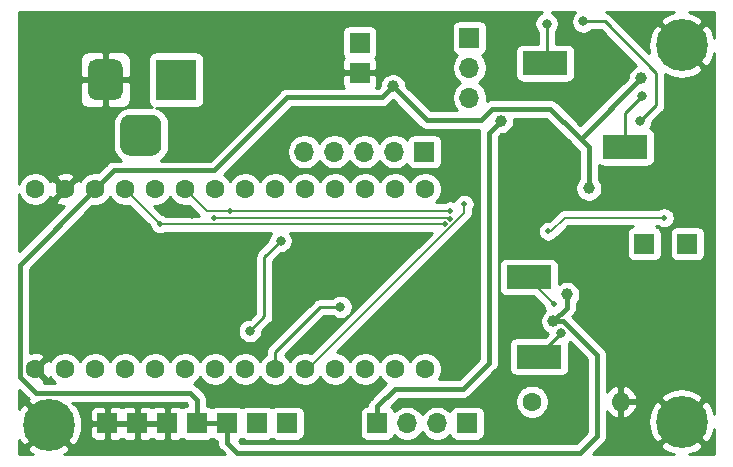
<source format=gbr>
%TF.GenerationSoftware,KiCad,Pcbnew,(5.1.6)-1*%
%TF.CreationDate,2020-12-22T10:56:42-08:00*%
%TF.ProjectId,Digimuser_Board,44696769-6d75-4736-9572-5f426f617264,rev?*%
%TF.SameCoordinates,Original*%
%TF.FileFunction,Copper,L2,Bot*%
%TF.FilePolarity,Positive*%
%FSLAX46Y46*%
G04 Gerber Fmt 4.6, Leading zero omitted, Abs format (unit mm)*
G04 Created by KiCad (PCBNEW (5.1.6)-1) date 2020-12-22 10:56:42*
%MOMM*%
%LPD*%
G01*
G04 APERTURE LIST*
%TA.AperFunction,ComponentPad*%
%ADD10R,1.700000X1.700000*%
%TD*%
%TA.AperFunction,ComponentPad*%
%ADD11O,1.600000X1.600000*%
%TD*%
%TA.AperFunction,ComponentPad*%
%ADD12C,1.600000*%
%TD*%
%TA.AperFunction,ComponentPad*%
%ADD13C,4.400000*%
%TD*%
%TA.AperFunction,ComponentPad*%
%ADD14R,3.500000X3.500000*%
%TD*%
%TA.AperFunction,ComponentPad*%
%ADD15O,1.700000X1.700000*%
%TD*%
%TA.AperFunction,SMDPad,CuDef*%
%ADD16R,3.800000X2.000000*%
%TD*%
%TA.AperFunction,ViaPad*%
%ADD17C,0.500000*%
%TD*%
%TA.AperFunction,ViaPad*%
%ADD18C,0.800000*%
%TD*%
%TA.AperFunction,ViaPad*%
%ADD19C,1.000000*%
%TD*%
%TA.AperFunction,Conductor*%
%ADD20C,0.400000*%
%TD*%
%TA.AperFunction,Conductor*%
%ADD21C,0.250000*%
%TD*%
%TA.AperFunction,Conductor*%
%ADD22C,0.200000*%
%TD*%
%TA.AperFunction,Conductor*%
%ADD23C,0.254000*%
%TD*%
G04 APERTURE END LIST*
D10*
%TO.P,J12,1*%
%TO.N,GND*%
X112268000Y-102108000D03*
%TD*%
%TO.P,J11,1*%
%TO.N,Net-(J11-Pad1)*%
X140208000Y-102108000D03*
%TD*%
%TO.P,J10,1*%
%TO.N,GND*%
X109728000Y-102108000D03*
%TD*%
%TO.P,J9,1*%
%TO.N,Net-(J9-Pad1)*%
X122428000Y-102108000D03*
%TD*%
%TO.P,J8,1*%
%TO.N,3.3V*%
X117348000Y-102108000D03*
%TD*%
%TO.P,J7,1*%
%TO.N,Net-(C24-Pad1)*%
X158851600Y-86918800D03*
%TD*%
%TO.P,J6,1*%
%TO.N,Net-(C26-Pad1)*%
X155194000Y-86918800D03*
%TD*%
D11*
%TO.P,C13,2*%
%TO.N,GND*%
X153194400Y-100279200D03*
D12*
%TO.P,C13,1*%
%TO.N,Net-(C13-Pad1)*%
X145694400Y-100279200D03*
%TD*%
D13*
%TO.P,H1,1*%
%TO.N,GND*%
X158369000Y-70104000D03*
%TD*%
%TO.P,H2,1*%
%TO.N,GND*%
X158369000Y-101981000D03*
%TD*%
%TO.P,H3,1*%
%TO.N,GND*%
X104775000Y-102235000D03*
%TD*%
%TO.P,J3,3*%
%TO.N,N/C*%
%TA.AperFunction,ComponentPad*%
G36*
G01*
X110820000Y-78600000D02*
X110820000Y-76850000D01*
G75*
G02*
X111695000Y-75975000I875000J0D01*
G01*
X113445000Y-75975000D01*
G75*
G02*
X114320000Y-76850000I0J-875000D01*
G01*
X114320000Y-78600000D01*
G75*
G02*
X113445000Y-79475000I-875000J0D01*
G01*
X111695000Y-79475000D01*
G75*
G02*
X110820000Y-78600000I0J875000D01*
G01*
G37*
%TD.AperFunction*%
%TO.P,J3,2*%
%TO.N,GND*%
%TA.AperFunction,ComponentPad*%
G36*
G01*
X108070000Y-74025000D02*
X108070000Y-72025000D01*
G75*
G02*
X108820000Y-71275000I750000J0D01*
G01*
X110320000Y-71275000D01*
G75*
G02*
X111070000Y-72025000I0J-750000D01*
G01*
X111070000Y-74025000D01*
G75*
G02*
X110320000Y-74775000I-750000J0D01*
G01*
X108820000Y-74775000D01*
G75*
G02*
X108070000Y-74025000I0J750000D01*
G01*
G37*
%TD.AperFunction*%
D14*
%TO.P,J3,1*%
%TO.N,/+9V*%
X115570000Y-73025000D03*
%TD*%
D12*
%TO.P,U4,25*%
%TO.N,N/C*%
X123952000Y-82296000D03*
%TO.P,U4,24*%
%TO.N,Net-(R3-Pad1)*%
X126492000Y-82296000D03*
%TO.P,U4,13*%
%TO.N,N/C*%
X134112000Y-97536000D03*
%TO.P,U4,27*%
%TO.N,LRCK*%
X118872000Y-82296000D03*
%TO.P,U4,3*%
%TO.N,N/C*%
X108712000Y-97536000D03*
%TO.P,U4,31*%
%TO.N,3.3V*%
X108712000Y-82296000D03*
%TO.P,U4,29*%
%TO.N,Net-(J9-Pad1)*%
X113792000Y-82296000D03*
%TO.P,U4,23*%
%TO.N,Net-(R4-Pad1)*%
X129032000Y-82296000D03*
%TO.P,U4,11*%
%TO.N,N/C*%
X129032000Y-97536000D03*
%TO.P,U4,10*%
%TO.N,SDOUT*%
X126492000Y-97536000D03*
%TO.P,U4,20*%
%TO.N,Net-(R8-Pad1)*%
X136652000Y-82296000D03*
%TO.P,U4,26*%
%TO.N,Net-(J15-Pad1)*%
X121412000Y-82296000D03*
%TO.P,U4,9*%
%TO.N,SDIN*%
X123952000Y-97536000D03*
%TO.P,U4,2*%
%TO.N,N/C*%
X106172000Y-97536000D03*
%TO.P,U4,1*%
%TO.N,GND*%
X103632000Y-97536000D03*
%TO.P,U4,21*%
%TO.N,Net-(R7-Pad1)*%
X134112000Y-82296000D03*
%TO.P,U4,6*%
%TO.N,N/C*%
X116332000Y-97536000D03*
%TO.P,U4,4*%
X111252000Y-97536000D03*
%TO.P,U4,12*%
X131572000Y-97536000D03*
%TO.P,U4,32*%
%TO.N,GND*%
X106172000Y-82296000D03*
%TO.P,U4,28*%
%TO.N,SCLK*%
X116332000Y-82296000D03*
%TO.P,U4,5*%
%TO.N,N/C*%
X113792000Y-97536000D03*
%TO.P,U4,7*%
X118872000Y-97536000D03*
%TO.P,U4,22*%
%TO.N,Net-(R5-Pad1)*%
X131572000Y-82296000D03*
%TO.P,U4,33*%
%TO.N,5V*%
X103632000Y-82296000D03*
%TO.P,U4,8*%
%TO.N,N/C*%
X121412000Y-97536000D03*
%TO.P,U4,14*%
X136652000Y-97536000D03*
%TO.P,U4,30*%
%TO.N,MCLK*%
X111252000Y-82296000D03*
%TD*%
D10*
%TO.P,J1,1*%
%TO.N,Net-(C1-Pad2)*%
X131114800Y-69900800D03*
%TD*%
%TO.P,J2,1*%
%TO.N,GND*%
X131114800Y-72440800D03*
%TD*%
D15*
%TO.P,J4,2*%
%TO.N,Net-(C1-Pad1)*%
X140398500Y-72009000D03*
%TO.P,J4,3*%
%TO.N,/AMP_IN*%
X140398500Y-74549000D03*
D10*
%TO.P,J4,1*%
%TO.N,BYPASS*%
X140398500Y-69469000D03*
%TD*%
D15*
%TO.P,J5,2*%
%TO.N,Net-(J11-Pad1)*%
X135128000Y-102108000D03*
%TO.P,J5,3*%
%TO.N,Net-(C25-Pad1)*%
X137668000Y-102108000D03*
D10*
%TO.P,J5,1*%
%TO.N,BYPASS*%
X132588000Y-102108000D03*
%TD*%
%TO.P,U1,10*%
%TO.N,Net-(R8-Pad1)*%
X136588500Y-79121000D03*
D15*
%TO.P,U1,1*%
%TO.N,Net-(R7-Pad1)*%
X134048500Y-79121000D03*
%TO.P,U1,3*%
%TO.N,Net-(R4-Pad1)*%
X128968500Y-79121000D03*
%TO.P,U1,4*%
%TO.N,Net-(R3-Pad1)*%
X126428500Y-79121000D03*
%TO.P,U1,2*%
%TO.N,Net-(R5-Pad1)*%
X131508500Y-79121000D03*
%TD*%
D16*
%TO.P,TP1,1*%
%TO.N,/FILT_IN*%
X146812000Y-71628000D03*
%TD*%
%TO.P,TP2,1*%
%TO.N,/FILT_OUT*%
X153606500Y-78740000D03*
%TD*%
%TO.P,TP3,1*%
%TO.N,Net-(C9-Pad2)*%
X145415000Y-89725500D03*
%TD*%
%TO.P,TP4,1*%
%TO.N,Net-(C12-Pad2)*%
X146304000Y-96469200D03*
%TD*%
D10*
%TO.P,J13,1*%
%TO.N,3.3V*%
X119888000Y-102108000D03*
%TD*%
%TO.P,J14,1*%
%TO.N,GND*%
X114808000Y-102108000D03*
%TD*%
%TO.P,J15,1*%
%TO.N,Net-(J15-Pad1)*%
X124968000Y-102108000D03*
%TD*%
D17*
%TO.N,GND*%
X116890800Y-84531200D03*
D18*
X118745000Y-87122000D03*
X119634000Y-88138000D03*
X120523000Y-89027000D03*
X143954500Y-93980000D03*
X136779000Y-89916000D03*
X136779000Y-91186000D03*
X138430000Y-91186000D03*
X139801600Y-91186000D03*
X147066000Y-83439000D03*
X119634000Y-78232000D03*
X105664000Y-72999600D03*
X105714800Y-71780400D03*
X104394000Y-72339200D03*
X127609600Y-89509600D03*
X128778000Y-89509600D03*
X130098800Y-89509600D03*
X114808000Y-88290400D03*
X115570000Y-89103200D03*
X118821200Y-92456000D03*
X119583200Y-93268800D03*
X147878800Y-98907600D03*
X149504400Y-97536000D03*
D19*
%TO.N,3.3V*%
X147510500Y-93472000D03*
X133921500Y-73596500D03*
X154940000Y-72898000D03*
X150510000Y-82217500D03*
X148653500Y-91186000D03*
D18*
%TO.N,Net-(C6-Pad2)*%
X150035500Y-68087000D03*
X154861500Y-76532500D03*
%TO.N,/FILT_OUT*%
X155035250Y-74390250D03*
%TO.N,Net-(C12-Pad2)*%
X148183600Y-94488000D03*
D17*
%TO.N,Net-(C17-Pad1)*%
X147066000Y-85852000D03*
X156908500Y-84709000D03*
D19*
%TO.N,BYPASS*%
X143065500Y-76517500D03*
D18*
%TO.N,/FILT_IN*%
X146939000Y-68277500D03*
D17*
%TO.N,SDOUT*%
X139954000Y-83566000D03*
%TO.N,LRCK*%
X138747500Y-84836000D03*
X118808500Y-84709000D03*
%TO.N,SCLK*%
X138747500Y-84137500D03*
X120142000Y-84137500D03*
%TO.N,MCLK*%
X138303000Y-85280500D03*
X114204750Y-85248750D03*
D18*
%TO.N,SDIN*%
X129476500Y-92265500D03*
D17*
%TO.N,Net-(C9-Pad2)*%
X147523200Y-92049600D03*
D18*
%TO.N,Net-(J15-Pad1)*%
X121818400Y-94284800D03*
X124409200Y-86664800D03*
%TD*%
D20*
%TO.N,3.3V*%
X133921500Y-73596500D02*
X133921500Y-73596500D01*
X150510000Y-82217500D02*
X150510000Y-78755000D01*
X147256500Y-75501500D02*
X149479000Y-77724000D01*
X141351000Y-76454000D02*
X142303500Y-75501500D01*
X142303500Y-75501500D02*
X147256500Y-75501500D01*
X133921500Y-73596500D02*
X136779000Y-76454000D01*
X136779000Y-76454000D02*
X141351000Y-76454000D01*
X149828250Y-78009750D02*
X149828250Y-78073250D01*
X154940000Y-72898000D02*
X149828250Y-78009750D01*
X150510000Y-78755000D02*
X149828250Y-78073250D01*
X149828250Y-78073250D02*
X149479000Y-77724000D01*
X148653500Y-92329000D02*
X148653500Y-91186000D01*
X147510500Y-93472000D02*
X148653500Y-92329000D01*
X132994400Y-74523600D02*
X133921500Y-73596500D01*
X124993400Y-74523600D02*
X132994400Y-74523600D01*
X118808500Y-80708500D02*
X124993400Y-74523600D01*
X108712000Y-82296000D02*
X110299500Y-80708500D01*
X110299500Y-80708500D02*
X118808500Y-80708500D01*
X116756199Y-99534999D02*
X117348000Y-100126800D01*
X103706997Y-99534999D02*
X116756199Y-99534999D01*
X102331999Y-98160001D02*
X103706997Y-99534999D01*
X108712000Y-82296000D02*
X102331999Y-88676001D01*
X102331999Y-88676001D02*
X102331999Y-98160001D01*
X117348000Y-100126800D02*
X117348000Y-102108000D01*
X117348000Y-102108000D02*
X119888000Y-102108000D01*
X119888000Y-103784400D02*
X119888000Y-102108000D01*
X120751600Y-104648000D02*
X119888000Y-103784400D01*
X149758400Y-104648000D02*
X120751600Y-104648000D01*
X151180800Y-103225600D02*
X149758400Y-104648000D01*
X148351602Y-93472000D02*
X149707600Y-94827998D01*
X149707600Y-94827998D02*
X149707600Y-94843600D01*
X147510500Y-93472000D02*
X148351602Y-93472000D01*
X149707600Y-94843600D02*
X151180800Y-96316800D01*
X151180800Y-96316800D02*
X151180800Y-103225600D01*
D21*
%TO.N,Net-(C6-Pad2)*%
X150035500Y-68087000D02*
X151843500Y-68087000D01*
X151843500Y-68087000D02*
X156210000Y-72453500D01*
X154861500Y-76532500D02*
X156210000Y-75184000D01*
X156210000Y-72453500D02*
X156210000Y-75184000D01*
%TO.N,/FILT_OUT*%
X153606500Y-75819000D02*
X153606500Y-78740000D01*
X155035250Y-74390250D02*
X153606500Y-75819000D01*
%TO.N,Net-(C12-Pad2)*%
X146304000Y-96367600D02*
X148183600Y-94488000D01*
X146304000Y-96469200D02*
X146304000Y-96367600D01*
D22*
%TO.N,Net-(C17-Pad1)*%
X147066000Y-85852000D02*
X147066000Y-85852000D01*
X147320000Y-85852000D02*
X147066000Y-85852000D01*
X156908500Y-84709000D02*
X156908500Y-84709000D01*
X148463000Y-84709000D02*
X147320000Y-85852000D01*
X156908500Y-84709000D02*
X148463000Y-84709000D01*
D20*
%TO.N,BYPASS*%
X143065500Y-76517500D02*
X143065500Y-76517500D01*
X142036800Y-77546200D02*
X143065500Y-76517500D01*
X132588000Y-100685600D02*
X134061200Y-99212400D01*
X132588000Y-102108000D02*
X132588000Y-100685600D01*
X134061200Y-99212400D02*
X139852400Y-99212400D01*
X139852400Y-99212400D02*
X142036800Y-97028000D01*
X142036800Y-97028000D02*
X142036800Y-77546200D01*
D21*
%TO.N,/FILT_IN*%
X146939000Y-71501000D02*
X146812000Y-71628000D01*
X146939000Y-68277500D02*
X146939000Y-71501000D01*
D22*
%TO.N,SDOUT*%
X126713502Y-97536000D02*
X126492000Y-97536000D01*
X139954000Y-84295502D02*
X126713502Y-97536000D01*
X139954000Y-83566000D02*
X139954000Y-84295502D01*
%TO.N,LRCK*%
X138747500Y-84836000D02*
X138620500Y-84709000D01*
X138620500Y-84709000D02*
X118808500Y-84709000D01*
X118808500Y-84709000D02*
X118808500Y-84709000D01*
%TO.N,SCLK*%
X118173500Y-84137500D02*
X116332000Y-82296000D01*
X138747500Y-84137500D02*
X118173500Y-84137500D01*
%TO.N,MCLK*%
X114236500Y-85280500D02*
X114204750Y-85248750D01*
X138303000Y-85280500D02*
X114236500Y-85280500D01*
X114204750Y-85248750D02*
X111252000Y-82296000D01*
D21*
%TO.N,SDIN*%
X129476500Y-92265500D02*
X127762000Y-92265500D01*
X123952000Y-96075500D02*
X123952000Y-97536000D01*
X127762000Y-92265500D02*
X123952000Y-96075500D01*
D22*
%TO.N,Net-(C9-Pad2)*%
X145415000Y-89941400D02*
X145415000Y-89725500D01*
X147523200Y-92049600D02*
X145415000Y-89941400D01*
D21*
%TO.N,Net-(J15-Pad1)*%
X124409200Y-86664800D02*
X124409200Y-86664800D01*
X123037600Y-88036400D02*
X124409200Y-86664800D01*
X121818400Y-94284800D02*
X123037600Y-93065600D01*
X123037600Y-93065600D02*
X123037600Y-88036400D01*
%TD*%
D23*
%TO.N,GND*%
G36*
X157264839Y-67477972D02*
G01*
X156798976Y-67726982D01*
X156558830Y-68114225D01*
X158369000Y-69924395D01*
X160179170Y-68114225D01*
X159939024Y-67726982D01*
X159445123Y-67466359D01*
X159003639Y-67335000D01*
X161138001Y-67335000D01*
X161138001Y-69462275D01*
X160995028Y-68999839D01*
X160746018Y-68533976D01*
X160358775Y-68293830D01*
X158548605Y-70104000D01*
X160358775Y-71914170D01*
X160746018Y-71674024D01*
X161006641Y-71180123D01*
X161138001Y-70738636D01*
X161138000Y-101339272D01*
X160995028Y-100876839D01*
X160746018Y-100410976D01*
X160358775Y-100170830D01*
X158548605Y-101981000D01*
X160358775Y-103791170D01*
X160746018Y-103551024D01*
X161006641Y-103057123D01*
X161138000Y-102615639D01*
X161138001Y-104750000D01*
X159010728Y-104750000D01*
X159473161Y-104607028D01*
X159939024Y-104358018D01*
X160179170Y-103970775D01*
X158369000Y-102160605D01*
X156558830Y-103970775D01*
X156798976Y-104358018D01*
X157292877Y-104618641D01*
X157734361Y-104750000D01*
X150837267Y-104750000D01*
X151742226Y-103845042D01*
X151774091Y-103818891D01*
X151878436Y-103691746D01*
X151955972Y-103546687D01*
X152003718Y-103389289D01*
X152015800Y-103266619D01*
X152015800Y-103266609D01*
X152019839Y-103225601D01*
X152015800Y-103184593D01*
X152015800Y-101996174D01*
X155520322Y-101996174D01*
X155578019Y-102551632D01*
X155742972Y-103085161D01*
X155991982Y-103551024D01*
X156379225Y-103791170D01*
X158189395Y-101981000D01*
X156379225Y-100170830D01*
X155991982Y-100410976D01*
X155731359Y-100904877D01*
X155572099Y-101440133D01*
X155520322Y-101996174D01*
X152015800Y-101996174D01*
X152015800Y-101087361D01*
X152130881Y-101242614D01*
X152339269Y-101431585D01*
X152580519Y-101576270D01*
X152845360Y-101671109D01*
X153067400Y-101549824D01*
X153067400Y-100406200D01*
X153321400Y-100406200D01*
X153321400Y-101549824D01*
X153543440Y-101671109D01*
X153808281Y-101576270D01*
X154049531Y-101431585D01*
X154257919Y-101242614D01*
X154425437Y-101016620D01*
X154545646Y-100762287D01*
X154586304Y-100628239D01*
X154464315Y-100406200D01*
X153321400Y-100406200D01*
X153067400Y-100406200D01*
X153047400Y-100406200D01*
X153047400Y-100152200D01*
X153067400Y-100152200D01*
X153067400Y-99008576D01*
X153321400Y-99008576D01*
X153321400Y-100152200D01*
X154464315Y-100152200D01*
X154552755Y-99991225D01*
X156558830Y-99991225D01*
X158369000Y-101801395D01*
X160179170Y-99991225D01*
X159939024Y-99603982D01*
X159445123Y-99343359D01*
X158909867Y-99184099D01*
X158353826Y-99132322D01*
X157798368Y-99190019D01*
X157264839Y-99354972D01*
X156798976Y-99603982D01*
X156558830Y-99991225D01*
X154552755Y-99991225D01*
X154586304Y-99930161D01*
X154545646Y-99796113D01*
X154425437Y-99541780D01*
X154257919Y-99315786D01*
X154049531Y-99126815D01*
X153808281Y-98982130D01*
X153543440Y-98887291D01*
X153321400Y-99008576D01*
X153067400Y-99008576D01*
X152845360Y-98887291D01*
X152580519Y-98982130D01*
X152339269Y-99126815D01*
X152130881Y-99315786D01*
X152015800Y-99471039D01*
X152015800Y-96357807D01*
X152019839Y-96316799D01*
X152015800Y-96275791D01*
X152015800Y-96275781D01*
X152003718Y-96153111D01*
X151955972Y-95995713D01*
X151878436Y-95850654D01*
X151774091Y-95723509D01*
X151742228Y-95697360D01*
X150398449Y-94353582D01*
X150350305Y-94294918D01*
X150327039Y-94266568D01*
X150327037Y-94266566D01*
X150300891Y-94234707D01*
X150269033Y-94208562D01*
X149111919Y-93051449D01*
X149214928Y-92948440D01*
X149246791Y-92922291D01*
X149351136Y-92795146D01*
X149428672Y-92650087D01*
X149476418Y-92492689D01*
X149488500Y-92370019D01*
X149488500Y-92370018D01*
X149492540Y-92329001D01*
X149488500Y-92287982D01*
X149488500Y-91956132D01*
X149535112Y-91909520D01*
X149659324Y-91723624D01*
X149744883Y-91517067D01*
X149788500Y-91297788D01*
X149788500Y-91074212D01*
X149744883Y-90854933D01*
X149659324Y-90648376D01*
X149535112Y-90462480D01*
X149377020Y-90304388D01*
X149191124Y-90180176D01*
X148984567Y-90094617D01*
X148765288Y-90051000D01*
X148541712Y-90051000D01*
X148322433Y-90094617D01*
X148115876Y-90180176D01*
X147953072Y-90288958D01*
X147953072Y-88725500D01*
X147940812Y-88601018D01*
X147904502Y-88481320D01*
X147845537Y-88371006D01*
X147766185Y-88274315D01*
X147669494Y-88194963D01*
X147559180Y-88135998D01*
X147439482Y-88099688D01*
X147315000Y-88087428D01*
X143515000Y-88087428D01*
X143390518Y-88099688D01*
X143270820Y-88135998D01*
X143160506Y-88194963D01*
X143063815Y-88274315D01*
X142984463Y-88371006D01*
X142925498Y-88481320D01*
X142889188Y-88601018D01*
X142876928Y-88725500D01*
X142876928Y-90725500D01*
X142889188Y-90849982D01*
X142925498Y-90969680D01*
X142984463Y-91079994D01*
X143063815Y-91176685D01*
X143160506Y-91256037D01*
X143270820Y-91315002D01*
X143390518Y-91351312D01*
X143515000Y-91363572D01*
X145797726Y-91363572D01*
X146654906Y-92220753D01*
X146672210Y-92307745D01*
X146738923Y-92468805D01*
X146809920Y-92575060D01*
X146786980Y-92590388D01*
X146628888Y-92748480D01*
X146504676Y-92934376D01*
X146419117Y-93140933D01*
X146375500Y-93360212D01*
X146375500Y-93583788D01*
X146419117Y-93803067D01*
X146504676Y-94009624D01*
X146628888Y-94195520D01*
X146786980Y-94353612D01*
X146972876Y-94477824D01*
X147076183Y-94520615D01*
X146765670Y-94831128D01*
X144404000Y-94831128D01*
X144279518Y-94843388D01*
X144159820Y-94879698D01*
X144049506Y-94938663D01*
X143952815Y-95018015D01*
X143873463Y-95114706D01*
X143814498Y-95225020D01*
X143778188Y-95344718D01*
X143765928Y-95469200D01*
X143765928Y-97469200D01*
X143778188Y-97593682D01*
X143814498Y-97713380D01*
X143873463Y-97823694D01*
X143952815Y-97920385D01*
X144049506Y-97999737D01*
X144159820Y-98058702D01*
X144279518Y-98095012D01*
X144404000Y-98107272D01*
X148204000Y-98107272D01*
X148328482Y-98095012D01*
X148448180Y-98058702D01*
X148558494Y-97999737D01*
X148655185Y-97920385D01*
X148734537Y-97823694D01*
X148793502Y-97713380D01*
X148829812Y-97593682D01*
X148842072Y-97469200D01*
X148842072Y-95469200D01*
X148829812Y-95344718D01*
X148818785Y-95308367D01*
X148843374Y-95291937D01*
X148917022Y-95218289D01*
X149016759Y-95318026D01*
X149114309Y-95436891D01*
X149146178Y-95463045D01*
X150345800Y-96662668D01*
X150345801Y-102879731D01*
X149412533Y-103813000D01*
X121097468Y-103813000D01*
X120866930Y-103582463D01*
X120982180Y-103547502D01*
X121092494Y-103488537D01*
X121158000Y-103434778D01*
X121223506Y-103488537D01*
X121333820Y-103547502D01*
X121453518Y-103583812D01*
X121578000Y-103596072D01*
X123278000Y-103596072D01*
X123402482Y-103583812D01*
X123522180Y-103547502D01*
X123632494Y-103488537D01*
X123698000Y-103434778D01*
X123763506Y-103488537D01*
X123873820Y-103547502D01*
X123993518Y-103583812D01*
X124118000Y-103596072D01*
X125818000Y-103596072D01*
X125942482Y-103583812D01*
X126062180Y-103547502D01*
X126172494Y-103488537D01*
X126269185Y-103409185D01*
X126348537Y-103312494D01*
X126407502Y-103202180D01*
X126443812Y-103082482D01*
X126456072Y-102958000D01*
X126456072Y-101258000D01*
X126443812Y-101133518D01*
X126407502Y-101013820D01*
X126348537Y-100903506D01*
X126269185Y-100806815D01*
X126172494Y-100727463D01*
X126062180Y-100668498D01*
X125942482Y-100632188D01*
X125818000Y-100619928D01*
X124118000Y-100619928D01*
X123993518Y-100632188D01*
X123873820Y-100668498D01*
X123763506Y-100727463D01*
X123698000Y-100781222D01*
X123632494Y-100727463D01*
X123522180Y-100668498D01*
X123402482Y-100632188D01*
X123278000Y-100619928D01*
X121578000Y-100619928D01*
X121453518Y-100632188D01*
X121333820Y-100668498D01*
X121223506Y-100727463D01*
X121158000Y-100781222D01*
X121092494Y-100727463D01*
X120982180Y-100668498D01*
X120862482Y-100632188D01*
X120738000Y-100619928D01*
X119038000Y-100619928D01*
X118913518Y-100632188D01*
X118793820Y-100668498D01*
X118683506Y-100727463D01*
X118618000Y-100781222D01*
X118552494Y-100727463D01*
X118442180Y-100668498D01*
X118322482Y-100632188D01*
X118198000Y-100619928D01*
X118183000Y-100619928D01*
X118183000Y-100167818D01*
X118187040Y-100126799D01*
X118170918Y-99963111D01*
X118123172Y-99805713D01*
X118045636Y-99660654D01*
X117941291Y-99533509D01*
X117909427Y-99507359D01*
X117375644Y-98973577D01*
X117349490Y-98941708D01*
X117222345Y-98837363D01*
X117080652Y-98761626D01*
X117246759Y-98650637D01*
X117446637Y-98450759D01*
X117602000Y-98218241D01*
X117757363Y-98450759D01*
X117957241Y-98650637D01*
X118192273Y-98807680D01*
X118453426Y-98915853D01*
X118730665Y-98971000D01*
X119013335Y-98971000D01*
X119290574Y-98915853D01*
X119551727Y-98807680D01*
X119786759Y-98650637D01*
X119986637Y-98450759D01*
X120142000Y-98218241D01*
X120297363Y-98450759D01*
X120497241Y-98650637D01*
X120732273Y-98807680D01*
X120993426Y-98915853D01*
X121270665Y-98971000D01*
X121553335Y-98971000D01*
X121830574Y-98915853D01*
X122091727Y-98807680D01*
X122326759Y-98650637D01*
X122526637Y-98450759D01*
X122682000Y-98218241D01*
X122837363Y-98450759D01*
X123037241Y-98650637D01*
X123272273Y-98807680D01*
X123533426Y-98915853D01*
X123810665Y-98971000D01*
X124093335Y-98971000D01*
X124370574Y-98915853D01*
X124631727Y-98807680D01*
X124866759Y-98650637D01*
X125066637Y-98450759D01*
X125222000Y-98218241D01*
X125377363Y-98450759D01*
X125577241Y-98650637D01*
X125812273Y-98807680D01*
X126073426Y-98915853D01*
X126350665Y-98971000D01*
X126633335Y-98971000D01*
X126910574Y-98915853D01*
X127171727Y-98807680D01*
X127406759Y-98650637D01*
X127606637Y-98450759D01*
X127762000Y-98218241D01*
X127917363Y-98450759D01*
X128117241Y-98650637D01*
X128352273Y-98807680D01*
X128613426Y-98915853D01*
X128890665Y-98971000D01*
X129173335Y-98971000D01*
X129450574Y-98915853D01*
X129711727Y-98807680D01*
X129946759Y-98650637D01*
X130146637Y-98450759D01*
X130302000Y-98218241D01*
X130457363Y-98450759D01*
X130657241Y-98650637D01*
X130892273Y-98807680D01*
X131153426Y-98915853D01*
X131430665Y-98971000D01*
X131713335Y-98971000D01*
X131990574Y-98915853D01*
X132251727Y-98807680D01*
X132486759Y-98650637D01*
X132686637Y-98450759D01*
X132842000Y-98218241D01*
X132997363Y-98450759D01*
X133197241Y-98650637D01*
X133344020Y-98748712D01*
X132026574Y-100066159D01*
X131994710Y-100092309D01*
X131945559Y-100152200D01*
X131890364Y-100219455D01*
X131812828Y-100364514D01*
X131765082Y-100521912D01*
X131755428Y-100619928D01*
X131738000Y-100619928D01*
X131613518Y-100632188D01*
X131493820Y-100668498D01*
X131383506Y-100727463D01*
X131286815Y-100806815D01*
X131207463Y-100903506D01*
X131148498Y-101013820D01*
X131112188Y-101133518D01*
X131099928Y-101258000D01*
X131099928Y-102958000D01*
X131112188Y-103082482D01*
X131148498Y-103202180D01*
X131207463Y-103312494D01*
X131286815Y-103409185D01*
X131383506Y-103488537D01*
X131493820Y-103547502D01*
X131613518Y-103583812D01*
X131738000Y-103596072D01*
X133438000Y-103596072D01*
X133562482Y-103583812D01*
X133682180Y-103547502D01*
X133792494Y-103488537D01*
X133889185Y-103409185D01*
X133968537Y-103312494D01*
X134027502Y-103202180D01*
X134049513Y-103129620D01*
X134181368Y-103261475D01*
X134424589Y-103423990D01*
X134694842Y-103535932D01*
X134981740Y-103593000D01*
X135274260Y-103593000D01*
X135561158Y-103535932D01*
X135831411Y-103423990D01*
X136074632Y-103261475D01*
X136281475Y-103054632D01*
X136398000Y-102880240D01*
X136514525Y-103054632D01*
X136721368Y-103261475D01*
X136964589Y-103423990D01*
X137234842Y-103535932D01*
X137521740Y-103593000D01*
X137814260Y-103593000D01*
X138101158Y-103535932D01*
X138371411Y-103423990D01*
X138614632Y-103261475D01*
X138746487Y-103129620D01*
X138768498Y-103202180D01*
X138827463Y-103312494D01*
X138906815Y-103409185D01*
X139003506Y-103488537D01*
X139113820Y-103547502D01*
X139233518Y-103583812D01*
X139358000Y-103596072D01*
X141058000Y-103596072D01*
X141182482Y-103583812D01*
X141302180Y-103547502D01*
X141412494Y-103488537D01*
X141509185Y-103409185D01*
X141588537Y-103312494D01*
X141647502Y-103202180D01*
X141683812Y-103082482D01*
X141696072Y-102958000D01*
X141696072Y-101258000D01*
X141683812Y-101133518D01*
X141647502Y-101013820D01*
X141588537Y-100903506D01*
X141509185Y-100806815D01*
X141412494Y-100727463D01*
X141302180Y-100668498D01*
X141182482Y-100632188D01*
X141058000Y-100619928D01*
X139358000Y-100619928D01*
X139233518Y-100632188D01*
X139113820Y-100668498D01*
X139003506Y-100727463D01*
X138906815Y-100806815D01*
X138827463Y-100903506D01*
X138768498Y-101013820D01*
X138746487Y-101086380D01*
X138614632Y-100954525D01*
X138371411Y-100792010D01*
X138101158Y-100680068D01*
X137814260Y-100623000D01*
X137521740Y-100623000D01*
X137234842Y-100680068D01*
X136964589Y-100792010D01*
X136721368Y-100954525D01*
X136514525Y-101161368D01*
X136398000Y-101335760D01*
X136281475Y-101161368D01*
X136074632Y-100954525D01*
X135831411Y-100792010D01*
X135561158Y-100680068D01*
X135274260Y-100623000D01*
X134981740Y-100623000D01*
X134694842Y-100680068D01*
X134424589Y-100792010D01*
X134181368Y-100954525D01*
X134049513Y-101086380D01*
X134027502Y-101013820D01*
X133968537Y-100903506D01*
X133889185Y-100806815D01*
X133792494Y-100727463D01*
X133749816Y-100704651D01*
X134316602Y-100137865D01*
X144259400Y-100137865D01*
X144259400Y-100420535D01*
X144314547Y-100697774D01*
X144422720Y-100958927D01*
X144579763Y-101193959D01*
X144779641Y-101393837D01*
X145014673Y-101550880D01*
X145275826Y-101659053D01*
X145553065Y-101714200D01*
X145835735Y-101714200D01*
X146112974Y-101659053D01*
X146374127Y-101550880D01*
X146609159Y-101393837D01*
X146809037Y-101193959D01*
X146966080Y-100958927D01*
X147074253Y-100697774D01*
X147129400Y-100420535D01*
X147129400Y-100137865D01*
X147074253Y-99860626D01*
X146966080Y-99599473D01*
X146809037Y-99364441D01*
X146609159Y-99164563D01*
X146374127Y-99007520D01*
X146112974Y-98899347D01*
X145835735Y-98844200D01*
X145553065Y-98844200D01*
X145275826Y-98899347D01*
X145014673Y-99007520D01*
X144779641Y-99164563D01*
X144579763Y-99364441D01*
X144422720Y-99599473D01*
X144314547Y-99860626D01*
X144259400Y-100137865D01*
X134316602Y-100137865D01*
X134407068Y-100047400D01*
X139811382Y-100047400D01*
X139852400Y-100051440D01*
X139893418Y-100047400D01*
X139893419Y-100047400D01*
X140016089Y-100035318D01*
X140173487Y-99987572D01*
X140318546Y-99910036D01*
X140445691Y-99805691D01*
X140471846Y-99773821D01*
X142598228Y-97647440D01*
X142630091Y-97621291D01*
X142734436Y-97494146D01*
X142811972Y-97349087D01*
X142859718Y-97191689D01*
X142871800Y-97069019D01*
X142871800Y-97069018D01*
X142875840Y-97028001D01*
X142871800Y-96986982D01*
X142871800Y-85764835D01*
X146181000Y-85764835D01*
X146181000Y-85939165D01*
X146215010Y-86110145D01*
X146281723Y-86271205D01*
X146378576Y-86416155D01*
X146501845Y-86539424D01*
X146646795Y-86636277D01*
X146807855Y-86702990D01*
X146978835Y-86737000D01*
X147153165Y-86737000D01*
X147324145Y-86702990D01*
X147485205Y-86636277D01*
X147630155Y-86539424D01*
X147672686Y-86496893D01*
X147730320Y-86466087D01*
X147842238Y-86374238D01*
X147865258Y-86346188D01*
X148767447Y-85444000D01*
X154216182Y-85444000D01*
X154099820Y-85479298D01*
X153989506Y-85538263D01*
X153892815Y-85617615D01*
X153813463Y-85714306D01*
X153754498Y-85824620D01*
X153718188Y-85944318D01*
X153705928Y-86068800D01*
X153705928Y-87768800D01*
X153718188Y-87893282D01*
X153754498Y-88012980D01*
X153813463Y-88123294D01*
X153892815Y-88219985D01*
X153989506Y-88299337D01*
X154099820Y-88358302D01*
X154219518Y-88394612D01*
X154344000Y-88406872D01*
X156044000Y-88406872D01*
X156168482Y-88394612D01*
X156288180Y-88358302D01*
X156398494Y-88299337D01*
X156495185Y-88219985D01*
X156574537Y-88123294D01*
X156633502Y-88012980D01*
X156669812Y-87893282D01*
X156682072Y-87768800D01*
X156682072Y-86068800D01*
X157363528Y-86068800D01*
X157363528Y-87768800D01*
X157375788Y-87893282D01*
X157412098Y-88012980D01*
X157471063Y-88123294D01*
X157550415Y-88219985D01*
X157647106Y-88299337D01*
X157757420Y-88358302D01*
X157877118Y-88394612D01*
X158001600Y-88406872D01*
X159701600Y-88406872D01*
X159826082Y-88394612D01*
X159945780Y-88358302D01*
X160056094Y-88299337D01*
X160152785Y-88219985D01*
X160232137Y-88123294D01*
X160291102Y-88012980D01*
X160327412Y-87893282D01*
X160339672Y-87768800D01*
X160339672Y-86068800D01*
X160327412Y-85944318D01*
X160291102Y-85824620D01*
X160232137Y-85714306D01*
X160152785Y-85617615D01*
X160056094Y-85538263D01*
X159945780Y-85479298D01*
X159826082Y-85442988D01*
X159701600Y-85430728D01*
X158001600Y-85430728D01*
X157877118Y-85442988D01*
X157757420Y-85479298D01*
X157647106Y-85538263D01*
X157550415Y-85617615D01*
X157471063Y-85714306D01*
X157412098Y-85824620D01*
X157375788Y-85944318D01*
X157363528Y-86068800D01*
X156682072Y-86068800D01*
X156669812Y-85944318D01*
X156633502Y-85824620D01*
X156574537Y-85714306D01*
X156495185Y-85617615D01*
X156398494Y-85538263D01*
X156288180Y-85479298D01*
X156171818Y-85444000D01*
X156415547Y-85444000D01*
X156489295Y-85493277D01*
X156650355Y-85559990D01*
X156821335Y-85594000D01*
X156995665Y-85594000D01*
X157166645Y-85559990D01*
X157327705Y-85493277D01*
X157472655Y-85396424D01*
X157595924Y-85273155D01*
X157692777Y-85128205D01*
X157759490Y-84967145D01*
X157793500Y-84796165D01*
X157793500Y-84621835D01*
X157759490Y-84450855D01*
X157692777Y-84289795D01*
X157595924Y-84144845D01*
X157472655Y-84021576D01*
X157327705Y-83924723D01*
X157166645Y-83858010D01*
X156995665Y-83824000D01*
X156821335Y-83824000D01*
X156650355Y-83858010D01*
X156489295Y-83924723D01*
X156415547Y-83974000D01*
X148499096Y-83974000D01*
X148462999Y-83970445D01*
X148426902Y-83974000D01*
X148426895Y-83974000D01*
X148333132Y-83983235D01*
X148318914Y-83984635D01*
X148289974Y-83993414D01*
X148180367Y-84026663D01*
X148052680Y-84094913D01*
X147940762Y-84186762D01*
X147917746Y-84214807D01*
X147163498Y-84969055D01*
X147153165Y-84967000D01*
X146978835Y-84967000D01*
X146807855Y-85001010D01*
X146646795Y-85067723D01*
X146501845Y-85164576D01*
X146378576Y-85287845D01*
X146281723Y-85432795D01*
X146215010Y-85593855D01*
X146181000Y-85764835D01*
X142871800Y-85764835D01*
X142871800Y-77892067D01*
X143111367Y-77652500D01*
X143177288Y-77652500D01*
X143396567Y-77608883D01*
X143603124Y-77523324D01*
X143789020Y-77399112D01*
X143947112Y-77241020D01*
X144071324Y-77055124D01*
X144156883Y-76848567D01*
X144200500Y-76629288D01*
X144200500Y-76405712D01*
X144186733Y-76336500D01*
X146910633Y-76336500D01*
X148917570Y-78343439D01*
X148917581Y-78343448D01*
X149208804Y-78634671D01*
X149234959Y-78666541D01*
X149266827Y-78692694D01*
X149675001Y-79100869D01*
X149675000Y-81447368D01*
X149628388Y-81493980D01*
X149504176Y-81679876D01*
X149418617Y-81886433D01*
X149375000Y-82105712D01*
X149375000Y-82329288D01*
X149418617Y-82548567D01*
X149504176Y-82755124D01*
X149628388Y-82941020D01*
X149786480Y-83099112D01*
X149972376Y-83223324D01*
X150178933Y-83308883D01*
X150398212Y-83352500D01*
X150621788Y-83352500D01*
X150841067Y-83308883D01*
X151047624Y-83223324D01*
X151233520Y-83099112D01*
X151391612Y-82941020D01*
X151515824Y-82755124D01*
X151601383Y-82548567D01*
X151645000Y-82329288D01*
X151645000Y-82105712D01*
X151601383Y-81886433D01*
X151515824Y-81679876D01*
X151391612Y-81493980D01*
X151345000Y-81447368D01*
X151345000Y-80264787D01*
X151352006Y-80270537D01*
X151462320Y-80329502D01*
X151582018Y-80365812D01*
X151706500Y-80378072D01*
X155506500Y-80378072D01*
X155630982Y-80365812D01*
X155750680Y-80329502D01*
X155860994Y-80270537D01*
X155957685Y-80191185D01*
X156037037Y-80094494D01*
X156096002Y-79984180D01*
X156132312Y-79864482D01*
X156144572Y-79740000D01*
X156144572Y-77740000D01*
X156132312Y-77615518D01*
X156096002Y-77495820D01*
X156037037Y-77385506D01*
X155957685Y-77288815D01*
X155860994Y-77209463D01*
X155750680Y-77150498D01*
X155703012Y-77136038D01*
X155778705Y-77022756D01*
X155856726Y-76834398D01*
X155896500Y-76634439D01*
X155896500Y-76572301D01*
X156721003Y-75747799D01*
X156750001Y-75724001D01*
X156798268Y-75665188D01*
X156844974Y-75608277D01*
X156915546Y-75476247D01*
X156959003Y-75332986D01*
X156970000Y-75221333D01*
X156970000Y-75221323D01*
X156973676Y-75184000D01*
X156970000Y-75146678D01*
X156970000Y-72571264D01*
X157292877Y-72741641D01*
X157828133Y-72900901D01*
X158384174Y-72952678D01*
X158939632Y-72894981D01*
X159473161Y-72730028D01*
X159939024Y-72481018D01*
X160179170Y-72093775D01*
X158369000Y-70283605D01*
X158354858Y-70297748D01*
X158175253Y-70118143D01*
X158189395Y-70104000D01*
X156379225Y-68293830D01*
X155991982Y-68533976D01*
X155731359Y-69027877D01*
X155572099Y-69563133D01*
X155520322Y-70119174D01*
X155578019Y-70674632D01*
X155610280Y-70778978D01*
X152407304Y-67576003D01*
X152383501Y-67546999D01*
X152267776Y-67452026D01*
X152135747Y-67381454D01*
X151992486Y-67337997D01*
X151962057Y-67335000D01*
X157727272Y-67335000D01*
X157264839Y-67477972D01*
G37*
X157264839Y-67477972D02*
X156798976Y-67726982D01*
X156558830Y-68114225D01*
X158369000Y-69924395D01*
X160179170Y-68114225D01*
X159939024Y-67726982D01*
X159445123Y-67466359D01*
X159003639Y-67335000D01*
X161138001Y-67335000D01*
X161138001Y-69462275D01*
X160995028Y-68999839D01*
X160746018Y-68533976D01*
X160358775Y-68293830D01*
X158548605Y-70104000D01*
X160358775Y-71914170D01*
X160746018Y-71674024D01*
X161006641Y-71180123D01*
X161138001Y-70738636D01*
X161138000Y-101339272D01*
X160995028Y-100876839D01*
X160746018Y-100410976D01*
X160358775Y-100170830D01*
X158548605Y-101981000D01*
X160358775Y-103791170D01*
X160746018Y-103551024D01*
X161006641Y-103057123D01*
X161138000Y-102615639D01*
X161138001Y-104750000D01*
X159010728Y-104750000D01*
X159473161Y-104607028D01*
X159939024Y-104358018D01*
X160179170Y-103970775D01*
X158369000Y-102160605D01*
X156558830Y-103970775D01*
X156798976Y-104358018D01*
X157292877Y-104618641D01*
X157734361Y-104750000D01*
X150837267Y-104750000D01*
X151742226Y-103845042D01*
X151774091Y-103818891D01*
X151878436Y-103691746D01*
X151955972Y-103546687D01*
X152003718Y-103389289D01*
X152015800Y-103266619D01*
X152015800Y-103266609D01*
X152019839Y-103225601D01*
X152015800Y-103184593D01*
X152015800Y-101996174D01*
X155520322Y-101996174D01*
X155578019Y-102551632D01*
X155742972Y-103085161D01*
X155991982Y-103551024D01*
X156379225Y-103791170D01*
X158189395Y-101981000D01*
X156379225Y-100170830D01*
X155991982Y-100410976D01*
X155731359Y-100904877D01*
X155572099Y-101440133D01*
X155520322Y-101996174D01*
X152015800Y-101996174D01*
X152015800Y-101087361D01*
X152130881Y-101242614D01*
X152339269Y-101431585D01*
X152580519Y-101576270D01*
X152845360Y-101671109D01*
X153067400Y-101549824D01*
X153067400Y-100406200D01*
X153321400Y-100406200D01*
X153321400Y-101549824D01*
X153543440Y-101671109D01*
X153808281Y-101576270D01*
X154049531Y-101431585D01*
X154257919Y-101242614D01*
X154425437Y-101016620D01*
X154545646Y-100762287D01*
X154586304Y-100628239D01*
X154464315Y-100406200D01*
X153321400Y-100406200D01*
X153067400Y-100406200D01*
X153047400Y-100406200D01*
X153047400Y-100152200D01*
X153067400Y-100152200D01*
X153067400Y-99008576D01*
X153321400Y-99008576D01*
X153321400Y-100152200D01*
X154464315Y-100152200D01*
X154552755Y-99991225D01*
X156558830Y-99991225D01*
X158369000Y-101801395D01*
X160179170Y-99991225D01*
X159939024Y-99603982D01*
X159445123Y-99343359D01*
X158909867Y-99184099D01*
X158353826Y-99132322D01*
X157798368Y-99190019D01*
X157264839Y-99354972D01*
X156798976Y-99603982D01*
X156558830Y-99991225D01*
X154552755Y-99991225D01*
X154586304Y-99930161D01*
X154545646Y-99796113D01*
X154425437Y-99541780D01*
X154257919Y-99315786D01*
X154049531Y-99126815D01*
X153808281Y-98982130D01*
X153543440Y-98887291D01*
X153321400Y-99008576D01*
X153067400Y-99008576D01*
X152845360Y-98887291D01*
X152580519Y-98982130D01*
X152339269Y-99126815D01*
X152130881Y-99315786D01*
X152015800Y-99471039D01*
X152015800Y-96357807D01*
X152019839Y-96316799D01*
X152015800Y-96275791D01*
X152015800Y-96275781D01*
X152003718Y-96153111D01*
X151955972Y-95995713D01*
X151878436Y-95850654D01*
X151774091Y-95723509D01*
X151742228Y-95697360D01*
X150398449Y-94353582D01*
X150350305Y-94294918D01*
X150327039Y-94266568D01*
X150327037Y-94266566D01*
X150300891Y-94234707D01*
X150269033Y-94208562D01*
X149111919Y-93051449D01*
X149214928Y-92948440D01*
X149246791Y-92922291D01*
X149351136Y-92795146D01*
X149428672Y-92650087D01*
X149476418Y-92492689D01*
X149488500Y-92370019D01*
X149488500Y-92370018D01*
X149492540Y-92329001D01*
X149488500Y-92287982D01*
X149488500Y-91956132D01*
X149535112Y-91909520D01*
X149659324Y-91723624D01*
X149744883Y-91517067D01*
X149788500Y-91297788D01*
X149788500Y-91074212D01*
X149744883Y-90854933D01*
X149659324Y-90648376D01*
X149535112Y-90462480D01*
X149377020Y-90304388D01*
X149191124Y-90180176D01*
X148984567Y-90094617D01*
X148765288Y-90051000D01*
X148541712Y-90051000D01*
X148322433Y-90094617D01*
X148115876Y-90180176D01*
X147953072Y-90288958D01*
X147953072Y-88725500D01*
X147940812Y-88601018D01*
X147904502Y-88481320D01*
X147845537Y-88371006D01*
X147766185Y-88274315D01*
X147669494Y-88194963D01*
X147559180Y-88135998D01*
X147439482Y-88099688D01*
X147315000Y-88087428D01*
X143515000Y-88087428D01*
X143390518Y-88099688D01*
X143270820Y-88135998D01*
X143160506Y-88194963D01*
X143063815Y-88274315D01*
X142984463Y-88371006D01*
X142925498Y-88481320D01*
X142889188Y-88601018D01*
X142876928Y-88725500D01*
X142876928Y-90725500D01*
X142889188Y-90849982D01*
X142925498Y-90969680D01*
X142984463Y-91079994D01*
X143063815Y-91176685D01*
X143160506Y-91256037D01*
X143270820Y-91315002D01*
X143390518Y-91351312D01*
X143515000Y-91363572D01*
X145797726Y-91363572D01*
X146654906Y-92220753D01*
X146672210Y-92307745D01*
X146738923Y-92468805D01*
X146809920Y-92575060D01*
X146786980Y-92590388D01*
X146628888Y-92748480D01*
X146504676Y-92934376D01*
X146419117Y-93140933D01*
X146375500Y-93360212D01*
X146375500Y-93583788D01*
X146419117Y-93803067D01*
X146504676Y-94009624D01*
X146628888Y-94195520D01*
X146786980Y-94353612D01*
X146972876Y-94477824D01*
X147076183Y-94520615D01*
X146765670Y-94831128D01*
X144404000Y-94831128D01*
X144279518Y-94843388D01*
X144159820Y-94879698D01*
X144049506Y-94938663D01*
X143952815Y-95018015D01*
X143873463Y-95114706D01*
X143814498Y-95225020D01*
X143778188Y-95344718D01*
X143765928Y-95469200D01*
X143765928Y-97469200D01*
X143778188Y-97593682D01*
X143814498Y-97713380D01*
X143873463Y-97823694D01*
X143952815Y-97920385D01*
X144049506Y-97999737D01*
X144159820Y-98058702D01*
X144279518Y-98095012D01*
X144404000Y-98107272D01*
X148204000Y-98107272D01*
X148328482Y-98095012D01*
X148448180Y-98058702D01*
X148558494Y-97999737D01*
X148655185Y-97920385D01*
X148734537Y-97823694D01*
X148793502Y-97713380D01*
X148829812Y-97593682D01*
X148842072Y-97469200D01*
X148842072Y-95469200D01*
X148829812Y-95344718D01*
X148818785Y-95308367D01*
X148843374Y-95291937D01*
X148917022Y-95218289D01*
X149016759Y-95318026D01*
X149114309Y-95436891D01*
X149146178Y-95463045D01*
X150345800Y-96662668D01*
X150345801Y-102879731D01*
X149412533Y-103813000D01*
X121097468Y-103813000D01*
X120866930Y-103582463D01*
X120982180Y-103547502D01*
X121092494Y-103488537D01*
X121158000Y-103434778D01*
X121223506Y-103488537D01*
X121333820Y-103547502D01*
X121453518Y-103583812D01*
X121578000Y-103596072D01*
X123278000Y-103596072D01*
X123402482Y-103583812D01*
X123522180Y-103547502D01*
X123632494Y-103488537D01*
X123698000Y-103434778D01*
X123763506Y-103488537D01*
X123873820Y-103547502D01*
X123993518Y-103583812D01*
X124118000Y-103596072D01*
X125818000Y-103596072D01*
X125942482Y-103583812D01*
X126062180Y-103547502D01*
X126172494Y-103488537D01*
X126269185Y-103409185D01*
X126348537Y-103312494D01*
X126407502Y-103202180D01*
X126443812Y-103082482D01*
X126456072Y-102958000D01*
X126456072Y-101258000D01*
X126443812Y-101133518D01*
X126407502Y-101013820D01*
X126348537Y-100903506D01*
X126269185Y-100806815D01*
X126172494Y-100727463D01*
X126062180Y-100668498D01*
X125942482Y-100632188D01*
X125818000Y-100619928D01*
X124118000Y-100619928D01*
X123993518Y-100632188D01*
X123873820Y-100668498D01*
X123763506Y-100727463D01*
X123698000Y-100781222D01*
X123632494Y-100727463D01*
X123522180Y-100668498D01*
X123402482Y-100632188D01*
X123278000Y-100619928D01*
X121578000Y-100619928D01*
X121453518Y-100632188D01*
X121333820Y-100668498D01*
X121223506Y-100727463D01*
X121158000Y-100781222D01*
X121092494Y-100727463D01*
X120982180Y-100668498D01*
X120862482Y-100632188D01*
X120738000Y-100619928D01*
X119038000Y-100619928D01*
X118913518Y-100632188D01*
X118793820Y-100668498D01*
X118683506Y-100727463D01*
X118618000Y-100781222D01*
X118552494Y-100727463D01*
X118442180Y-100668498D01*
X118322482Y-100632188D01*
X118198000Y-100619928D01*
X118183000Y-100619928D01*
X118183000Y-100167818D01*
X118187040Y-100126799D01*
X118170918Y-99963111D01*
X118123172Y-99805713D01*
X118045636Y-99660654D01*
X117941291Y-99533509D01*
X117909427Y-99507359D01*
X117375644Y-98973577D01*
X117349490Y-98941708D01*
X117222345Y-98837363D01*
X117080652Y-98761626D01*
X117246759Y-98650637D01*
X117446637Y-98450759D01*
X117602000Y-98218241D01*
X117757363Y-98450759D01*
X117957241Y-98650637D01*
X118192273Y-98807680D01*
X118453426Y-98915853D01*
X118730665Y-98971000D01*
X119013335Y-98971000D01*
X119290574Y-98915853D01*
X119551727Y-98807680D01*
X119786759Y-98650637D01*
X119986637Y-98450759D01*
X120142000Y-98218241D01*
X120297363Y-98450759D01*
X120497241Y-98650637D01*
X120732273Y-98807680D01*
X120993426Y-98915853D01*
X121270665Y-98971000D01*
X121553335Y-98971000D01*
X121830574Y-98915853D01*
X122091727Y-98807680D01*
X122326759Y-98650637D01*
X122526637Y-98450759D01*
X122682000Y-98218241D01*
X122837363Y-98450759D01*
X123037241Y-98650637D01*
X123272273Y-98807680D01*
X123533426Y-98915853D01*
X123810665Y-98971000D01*
X124093335Y-98971000D01*
X124370574Y-98915853D01*
X124631727Y-98807680D01*
X124866759Y-98650637D01*
X125066637Y-98450759D01*
X125222000Y-98218241D01*
X125377363Y-98450759D01*
X125577241Y-98650637D01*
X125812273Y-98807680D01*
X126073426Y-98915853D01*
X126350665Y-98971000D01*
X126633335Y-98971000D01*
X126910574Y-98915853D01*
X127171727Y-98807680D01*
X127406759Y-98650637D01*
X127606637Y-98450759D01*
X127762000Y-98218241D01*
X127917363Y-98450759D01*
X128117241Y-98650637D01*
X128352273Y-98807680D01*
X128613426Y-98915853D01*
X128890665Y-98971000D01*
X129173335Y-98971000D01*
X129450574Y-98915853D01*
X129711727Y-98807680D01*
X129946759Y-98650637D01*
X130146637Y-98450759D01*
X130302000Y-98218241D01*
X130457363Y-98450759D01*
X130657241Y-98650637D01*
X130892273Y-98807680D01*
X131153426Y-98915853D01*
X131430665Y-98971000D01*
X131713335Y-98971000D01*
X131990574Y-98915853D01*
X132251727Y-98807680D01*
X132486759Y-98650637D01*
X132686637Y-98450759D01*
X132842000Y-98218241D01*
X132997363Y-98450759D01*
X133197241Y-98650637D01*
X133344020Y-98748712D01*
X132026574Y-100066159D01*
X131994710Y-100092309D01*
X131945559Y-100152200D01*
X131890364Y-100219455D01*
X131812828Y-100364514D01*
X131765082Y-100521912D01*
X131755428Y-100619928D01*
X131738000Y-100619928D01*
X131613518Y-100632188D01*
X131493820Y-100668498D01*
X131383506Y-100727463D01*
X131286815Y-100806815D01*
X131207463Y-100903506D01*
X131148498Y-101013820D01*
X131112188Y-101133518D01*
X131099928Y-101258000D01*
X131099928Y-102958000D01*
X131112188Y-103082482D01*
X131148498Y-103202180D01*
X131207463Y-103312494D01*
X131286815Y-103409185D01*
X131383506Y-103488537D01*
X131493820Y-103547502D01*
X131613518Y-103583812D01*
X131738000Y-103596072D01*
X133438000Y-103596072D01*
X133562482Y-103583812D01*
X133682180Y-103547502D01*
X133792494Y-103488537D01*
X133889185Y-103409185D01*
X133968537Y-103312494D01*
X134027502Y-103202180D01*
X134049513Y-103129620D01*
X134181368Y-103261475D01*
X134424589Y-103423990D01*
X134694842Y-103535932D01*
X134981740Y-103593000D01*
X135274260Y-103593000D01*
X135561158Y-103535932D01*
X135831411Y-103423990D01*
X136074632Y-103261475D01*
X136281475Y-103054632D01*
X136398000Y-102880240D01*
X136514525Y-103054632D01*
X136721368Y-103261475D01*
X136964589Y-103423990D01*
X137234842Y-103535932D01*
X137521740Y-103593000D01*
X137814260Y-103593000D01*
X138101158Y-103535932D01*
X138371411Y-103423990D01*
X138614632Y-103261475D01*
X138746487Y-103129620D01*
X138768498Y-103202180D01*
X138827463Y-103312494D01*
X138906815Y-103409185D01*
X139003506Y-103488537D01*
X139113820Y-103547502D01*
X139233518Y-103583812D01*
X139358000Y-103596072D01*
X141058000Y-103596072D01*
X141182482Y-103583812D01*
X141302180Y-103547502D01*
X141412494Y-103488537D01*
X141509185Y-103409185D01*
X141588537Y-103312494D01*
X141647502Y-103202180D01*
X141683812Y-103082482D01*
X141696072Y-102958000D01*
X141696072Y-101258000D01*
X141683812Y-101133518D01*
X141647502Y-101013820D01*
X141588537Y-100903506D01*
X141509185Y-100806815D01*
X141412494Y-100727463D01*
X141302180Y-100668498D01*
X141182482Y-100632188D01*
X141058000Y-100619928D01*
X139358000Y-100619928D01*
X139233518Y-100632188D01*
X139113820Y-100668498D01*
X139003506Y-100727463D01*
X138906815Y-100806815D01*
X138827463Y-100903506D01*
X138768498Y-101013820D01*
X138746487Y-101086380D01*
X138614632Y-100954525D01*
X138371411Y-100792010D01*
X138101158Y-100680068D01*
X137814260Y-100623000D01*
X137521740Y-100623000D01*
X137234842Y-100680068D01*
X136964589Y-100792010D01*
X136721368Y-100954525D01*
X136514525Y-101161368D01*
X136398000Y-101335760D01*
X136281475Y-101161368D01*
X136074632Y-100954525D01*
X135831411Y-100792010D01*
X135561158Y-100680068D01*
X135274260Y-100623000D01*
X134981740Y-100623000D01*
X134694842Y-100680068D01*
X134424589Y-100792010D01*
X134181368Y-100954525D01*
X134049513Y-101086380D01*
X134027502Y-101013820D01*
X133968537Y-100903506D01*
X133889185Y-100806815D01*
X133792494Y-100727463D01*
X133749816Y-100704651D01*
X134316602Y-100137865D01*
X144259400Y-100137865D01*
X144259400Y-100420535D01*
X144314547Y-100697774D01*
X144422720Y-100958927D01*
X144579763Y-101193959D01*
X144779641Y-101393837D01*
X145014673Y-101550880D01*
X145275826Y-101659053D01*
X145553065Y-101714200D01*
X145835735Y-101714200D01*
X146112974Y-101659053D01*
X146374127Y-101550880D01*
X146609159Y-101393837D01*
X146809037Y-101193959D01*
X146966080Y-100958927D01*
X147074253Y-100697774D01*
X147129400Y-100420535D01*
X147129400Y-100137865D01*
X147074253Y-99860626D01*
X146966080Y-99599473D01*
X146809037Y-99364441D01*
X146609159Y-99164563D01*
X146374127Y-99007520D01*
X146112974Y-98899347D01*
X145835735Y-98844200D01*
X145553065Y-98844200D01*
X145275826Y-98899347D01*
X145014673Y-99007520D01*
X144779641Y-99164563D01*
X144579763Y-99364441D01*
X144422720Y-99599473D01*
X144314547Y-99860626D01*
X144259400Y-100137865D01*
X134316602Y-100137865D01*
X134407068Y-100047400D01*
X139811382Y-100047400D01*
X139852400Y-100051440D01*
X139893418Y-100047400D01*
X139893419Y-100047400D01*
X140016089Y-100035318D01*
X140173487Y-99987572D01*
X140318546Y-99910036D01*
X140445691Y-99805691D01*
X140471846Y-99773821D01*
X142598228Y-97647440D01*
X142630091Y-97621291D01*
X142734436Y-97494146D01*
X142811972Y-97349087D01*
X142859718Y-97191689D01*
X142871800Y-97069019D01*
X142871800Y-97069018D01*
X142875840Y-97028001D01*
X142871800Y-96986982D01*
X142871800Y-85764835D01*
X146181000Y-85764835D01*
X146181000Y-85939165D01*
X146215010Y-86110145D01*
X146281723Y-86271205D01*
X146378576Y-86416155D01*
X146501845Y-86539424D01*
X146646795Y-86636277D01*
X146807855Y-86702990D01*
X146978835Y-86737000D01*
X147153165Y-86737000D01*
X147324145Y-86702990D01*
X147485205Y-86636277D01*
X147630155Y-86539424D01*
X147672686Y-86496893D01*
X147730320Y-86466087D01*
X147842238Y-86374238D01*
X147865258Y-86346188D01*
X148767447Y-85444000D01*
X154216182Y-85444000D01*
X154099820Y-85479298D01*
X153989506Y-85538263D01*
X153892815Y-85617615D01*
X153813463Y-85714306D01*
X153754498Y-85824620D01*
X153718188Y-85944318D01*
X153705928Y-86068800D01*
X153705928Y-87768800D01*
X153718188Y-87893282D01*
X153754498Y-88012980D01*
X153813463Y-88123294D01*
X153892815Y-88219985D01*
X153989506Y-88299337D01*
X154099820Y-88358302D01*
X154219518Y-88394612D01*
X154344000Y-88406872D01*
X156044000Y-88406872D01*
X156168482Y-88394612D01*
X156288180Y-88358302D01*
X156398494Y-88299337D01*
X156495185Y-88219985D01*
X156574537Y-88123294D01*
X156633502Y-88012980D01*
X156669812Y-87893282D01*
X156682072Y-87768800D01*
X156682072Y-86068800D01*
X157363528Y-86068800D01*
X157363528Y-87768800D01*
X157375788Y-87893282D01*
X157412098Y-88012980D01*
X157471063Y-88123294D01*
X157550415Y-88219985D01*
X157647106Y-88299337D01*
X157757420Y-88358302D01*
X157877118Y-88394612D01*
X158001600Y-88406872D01*
X159701600Y-88406872D01*
X159826082Y-88394612D01*
X159945780Y-88358302D01*
X160056094Y-88299337D01*
X160152785Y-88219985D01*
X160232137Y-88123294D01*
X160291102Y-88012980D01*
X160327412Y-87893282D01*
X160339672Y-87768800D01*
X160339672Y-86068800D01*
X160327412Y-85944318D01*
X160291102Y-85824620D01*
X160232137Y-85714306D01*
X160152785Y-85617615D01*
X160056094Y-85538263D01*
X159945780Y-85479298D01*
X159826082Y-85442988D01*
X159701600Y-85430728D01*
X158001600Y-85430728D01*
X157877118Y-85442988D01*
X157757420Y-85479298D01*
X157647106Y-85538263D01*
X157550415Y-85617615D01*
X157471063Y-85714306D01*
X157412098Y-85824620D01*
X157375788Y-85944318D01*
X157363528Y-86068800D01*
X156682072Y-86068800D01*
X156669812Y-85944318D01*
X156633502Y-85824620D01*
X156574537Y-85714306D01*
X156495185Y-85617615D01*
X156398494Y-85538263D01*
X156288180Y-85479298D01*
X156171818Y-85444000D01*
X156415547Y-85444000D01*
X156489295Y-85493277D01*
X156650355Y-85559990D01*
X156821335Y-85594000D01*
X156995665Y-85594000D01*
X157166645Y-85559990D01*
X157327705Y-85493277D01*
X157472655Y-85396424D01*
X157595924Y-85273155D01*
X157692777Y-85128205D01*
X157759490Y-84967145D01*
X157793500Y-84796165D01*
X157793500Y-84621835D01*
X157759490Y-84450855D01*
X157692777Y-84289795D01*
X157595924Y-84144845D01*
X157472655Y-84021576D01*
X157327705Y-83924723D01*
X157166645Y-83858010D01*
X156995665Y-83824000D01*
X156821335Y-83824000D01*
X156650355Y-83858010D01*
X156489295Y-83924723D01*
X156415547Y-83974000D01*
X148499096Y-83974000D01*
X148462999Y-83970445D01*
X148426902Y-83974000D01*
X148426895Y-83974000D01*
X148333132Y-83983235D01*
X148318914Y-83984635D01*
X148289974Y-83993414D01*
X148180367Y-84026663D01*
X148052680Y-84094913D01*
X147940762Y-84186762D01*
X147917746Y-84214807D01*
X147163498Y-84969055D01*
X147153165Y-84967000D01*
X146978835Y-84967000D01*
X146807855Y-85001010D01*
X146646795Y-85067723D01*
X146501845Y-85164576D01*
X146378576Y-85287845D01*
X146281723Y-85432795D01*
X146215010Y-85593855D01*
X146181000Y-85764835D01*
X142871800Y-85764835D01*
X142871800Y-77892067D01*
X143111367Y-77652500D01*
X143177288Y-77652500D01*
X143396567Y-77608883D01*
X143603124Y-77523324D01*
X143789020Y-77399112D01*
X143947112Y-77241020D01*
X144071324Y-77055124D01*
X144156883Y-76848567D01*
X144200500Y-76629288D01*
X144200500Y-76405712D01*
X144186733Y-76336500D01*
X146910633Y-76336500D01*
X148917570Y-78343439D01*
X148917581Y-78343448D01*
X149208804Y-78634671D01*
X149234959Y-78666541D01*
X149266827Y-78692694D01*
X149675001Y-79100869D01*
X149675000Y-81447368D01*
X149628388Y-81493980D01*
X149504176Y-81679876D01*
X149418617Y-81886433D01*
X149375000Y-82105712D01*
X149375000Y-82329288D01*
X149418617Y-82548567D01*
X149504176Y-82755124D01*
X149628388Y-82941020D01*
X149786480Y-83099112D01*
X149972376Y-83223324D01*
X150178933Y-83308883D01*
X150398212Y-83352500D01*
X150621788Y-83352500D01*
X150841067Y-83308883D01*
X151047624Y-83223324D01*
X151233520Y-83099112D01*
X151391612Y-82941020D01*
X151515824Y-82755124D01*
X151601383Y-82548567D01*
X151645000Y-82329288D01*
X151645000Y-82105712D01*
X151601383Y-81886433D01*
X151515824Y-81679876D01*
X151391612Y-81493980D01*
X151345000Y-81447368D01*
X151345000Y-80264787D01*
X151352006Y-80270537D01*
X151462320Y-80329502D01*
X151582018Y-80365812D01*
X151706500Y-80378072D01*
X155506500Y-80378072D01*
X155630982Y-80365812D01*
X155750680Y-80329502D01*
X155860994Y-80270537D01*
X155957685Y-80191185D01*
X156037037Y-80094494D01*
X156096002Y-79984180D01*
X156132312Y-79864482D01*
X156144572Y-79740000D01*
X156144572Y-77740000D01*
X156132312Y-77615518D01*
X156096002Y-77495820D01*
X156037037Y-77385506D01*
X155957685Y-77288815D01*
X155860994Y-77209463D01*
X155750680Y-77150498D01*
X155703012Y-77136038D01*
X155778705Y-77022756D01*
X155856726Y-76834398D01*
X155896500Y-76634439D01*
X155896500Y-76572301D01*
X156721003Y-75747799D01*
X156750001Y-75724001D01*
X156798268Y-75665188D01*
X156844974Y-75608277D01*
X156915546Y-75476247D01*
X156959003Y-75332986D01*
X156970000Y-75221333D01*
X156970000Y-75221323D01*
X156973676Y-75184000D01*
X156970000Y-75146678D01*
X156970000Y-72571264D01*
X157292877Y-72741641D01*
X157828133Y-72900901D01*
X158384174Y-72952678D01*
X158939632Y-72894981D01*
X159473161Y-72730028D01*
X159939024Y-72481018D01*
X160179170Y-72093775D01*
X158369000Y-70283605D01*
X158354858Y-70297748D01*
X158175253Y-70118143D01*
X158189395Y-70104000D01*
X156379225Y-68293830D01*
X155991982Y-68533976D01*
X155731359Y-69027877D01*
X155572099Y-69563133D01*
X155520322Y-70119174D01*
X155578019Y-70674632D01*
X155610280Y-70778978D01*
X152407304Y-67576003D01*
X152383501Y-67546999D01*
X152267776Y-67452026D01*
X152135747Y-67381454D01*
X151992486Y-67337997D01*
X151962057Y-67335000D01*
X157727272Y-67335000D01*
X157264839Y-67477972D01*
G36*
X103068761Y-100077632D02*
G01*
X102964830Y-100245225D01*
X104775000Y-102055395D01*
X104789143Y-102041253D01*
X104968748Y-102220858D01*
X104954605Y-102235000D01*
X106764775Y-104045170D01*
X107152018Y-103805024D01*
X107412641Y-103311123D01*
X107517709Y-102958000D01*
X108239928Y-102958000D01*
X108252188Y-103082482D01*
X108288498Y-103202180D01*
X108347463Y-103312494D01*
X108426815Y-103409185D01*
X108523506Y-103488537D01*
X108633820Y-103547502D01*
X108753518Y-103583812D01*
X108878000Y-103596072D01*
X109442250Y-103593000D01*
X109601000Y-103434250D01*
X109601000Y-102235000D01*
X109855000Y-102235000D01*
X109855000Y-103434250D01*
X110013750Y-103593000D01*
X110578000Y-103596072D01*
X110702482Y-103583812D01*
X110822180Y-103547502D01*
X110932494Y-103488537D01*
X110998000Y-103434778D01*
X111063506Y-103488537D01*
X111173820Y-103547502D01*
X111293518Y-103583812D01*
X111418000Y-103596072D01*
X111982250Y-103593000D01*
X112141000Y-103434250D01*
X112141000Y-102235000D01*
X112395000Y-102235000D01*
X112395000Y-103434250D01*
X112553750Y-103593000D01*
X113118000Y-103596072D01*
X113242482Y-103583812D01*
X113362180Y-103547502D01*
X113472494Y-103488537D01*
X113538000Y-103434778D01*
X113603506Y-103488537D01*
X113713820Y-103547502D01*
X113833518Y-103583812D01*
X113958000Y-103596072D01*
X114522250Y-103593000D01*
X114681000Y-103434250D01*
X114681000Y-102235000D01*
X112395000Y-102235000D01*
X112141000Y-102235000D01*
X109855000Y-102235000D01*
X109601000Y-102235000D01*
X108401750Y-102235000D01*
X108243000Y-102393750D01*
X108239928Y-102958000D01*
X107517709Y-102958000D01*
X107571901Y-102775867D01*
X107623678Y-102219826D01*
X107565981Y-101664368D01*
X107440343Y-101258000D01*
X108239928Y-101258000D01*
X108243000Y-101822250D01*
X108401750Y-101981000D01*
X109601000Y-101981000D01*
X109601000Y-100781750D01*
X109855000Y-100781750D01*
X109855000Y-101981000D01*
X112141000Y-101981000D01*
X112141000Y-100781750D01*
X112395000Y-100781750D01*
X112395000Y-101981000D01*
X114681000Y-101981000D01*
X114681000Y-100781750D01*
X114522250Y-100623000D01*
X113958000Y-100619928D01*
X113833518Y-100632188D01*
X113713820Y-100668498D01*
X113603506Y-100727463D01*
X113538000Y-100781222D01*
X113472494Y-100727463D01*
X113362180Y-100668498D01*
X113242482Y-100632188D01*
X113118000Y-100619928D01*
X112553750Y-100623000D01*
X112395000Y-100781750D01*
X112141000Y-100781750D01*
X111982250Y-100623000D01*
X111418000Y-100619928D01*
X111293518Y-100632188D01*
X111173820Y-100668498D01*
X111063506Y-100727463D01*
X110998000Y-100781222D01*
X110932494Y-100727463D01*
X110822180Y-100668498D01*
X110702482Y-100632188D01*
X110578000Y-100619928D01*
X110013750Y-100623000D01*
X109855000Y-100781750D01*
X109601000Y-100781750D01*
X109442250Y-100623000D01*
X108878000Y-100619928D01*
X108753518Y-100632188D01*
X108633820Y-100668498D01*
X108523506Y-100727463D01*
X108426815Y-100806815D01*
X108347463Y-100903506D01*
X108288498Y-101013820D01*
X108252188Y-101133518D01*
X108239928Y-101258000D01*
X107440343Y-101258000D01*
X107401028Y-101130839D01*
X107152018Y-100664976D01*
X106764777Y-100424831D01*
X106819609Y-100369999D01*
X116410332Y-100369999D01*
X116513000Y-100472668D01*
X116513000Y-100619928D01*
X116498000Y-100619928D01*
X116373518Y-100632188D01*
X116253820Y-100668498D01*
X116143506Y-100727463D01*
X116078000Y-100781222D01*
X116012494Y-100727463D01*
X115902180Y-100668498D01*
X115782482Y-100632188D01*
X115658000Y-100619928D01*
X115093750Y-100623000D01*
X114935000Y-100781750D01*
X114935000Y-101981000D01*
X114955000Y-101981000D01*
X114955000Y-102235000D01*
X114935000Y-102235000D01*
X114935000Y-103434250D01*
X115093750Y-103593000D01*
X115658000Y-103596072D01*
X115782482Y-103583812D01*
X115902180Y-103547502D01*
X116012494Y-103488537D01*
X116078000Y-103434778D01*
X116143506Y-103488537D01*
X116253820Y-103547502D01*
X116373518Y-103583812D01*
X116498000Y-103596072D01*
X118198000Y-103596072D01*
X118322482Y-103583812D01*
X118442180Y-103547502D01*
X118552494Y-103488537D01*
X118618000Y-103434778D01*
X118683506Y-103488537D01*
X118793820Y-103547502D01*
X118913518Y-103583812D01*
X119038000Y-103596072D01*
X119053000Y-103596072D01*
X119053000Y-103743381D01*
X119048960Y-103784400D01*
X119062634Y-103923236D01*
X119065082Y-103948088D01*
X119112828Y-104105486D01*
X119190364Y-104250545D01*
X119294709Y-104377691D01*
X119326578Y-104403845D01*
X119672732Y-104750000D01*
X106086879Y-104750000D01*
X106345024Y-104612018D01*
X106585170Y-104224775D01*
X104775000Y-102414605D01*
X102964830Y-104224775D01*
X103204976Y-104612018D01*
X103466463Y-104750000D01*
X102260000Y-104750000D01*
X102260000Y-103546879D01*
X102397982Y-103805024D01*
X102785225Y-104045170D01*
X104595395Y-102235000D01*
X102785225Y-100424830D01*
X102397982Y-100664976D01*
X102260000Y-100926463D01*
X102260000Y-99268870D01*
X103068761Y-100077632D01*
G37*
X103068761Y-100077632D02*
X102964830Y-100245225D01*
X104775000Y-102055395D01*
X104789143Y-102041253D01*
X104968748Y-102220858D01*
X104954605Y-102235000D01*
X106764775Y-104045170D01*
X107152018Y-103805024D01*
X107412641Y-103311123D01*
X107517709Y-102958000D01*
X108239928Y-102958000D01*
X108252188Y-103082482D01*
X108288498Y-103202180D01*
X108347463Y-103312494D01*
X108426815Y-103409185D01*
X108523506Y-103488537D01*
X108633820Y-103547502D01*
X108753518Y-103583812D01*
X108878000Y-103596072D01*
X109442250Y-103593000D01*
X109601000Y-103434250D01*
X109601000Y-102235000D01*
X109855000Y-102235000D01*
X109855000Y-103434250D01*
X110013750Y-103593000D01*
X110578000Y-103596072D01*
X110702482Y-103583812D01*
X110822180Y-103547502D01*
X110932494Y-103488537D01*
X110998000Y-103434778D01*
X111063506Y-103488537D01*
X111173820Y-103547502D01*
X111293518Y-103583812D01*
X111418000Y-103596072D01*
X111982250Y-103593000D01*
X112141000Y-103434250D01*
X112141000Y-102235000D01*
X112395000Y-102235000D01*
X112395000Y-103434250D01*
X112553750Y-103593000D01*
X113118000Y-103596072D01*
X113242482Y-103583812D01*
X113362180Y-103547502D01*
X113472494Y-103488537D01*
X113538000Y-103434778D01*
X113603506Y-103488537D01*
X113713820Y-103547502D01*
X113833518Y-103583812D01*
X113958000Y-103596072D01*
X114522250Y-103593000D01*
X114681000Y-103434250D01*
X114681000Y-102235000D01*
X112395000Y-102235000D01*
X112141000Y-102235000D01*
X109855000Y-102235000D01*
X109601000Y-102235000D01*
X108401750Y-102235000D01*
X108243000Y-102393750D01*
X108239928Y-102958000D01*
X107517709Y-102958000D01*
X107571901Y-102775867D01*
X107623678Y-102219826D01*
X107565981Y-101664368D01*
X107440343Y-101258000D01*
X108239928Y-101258000D01*
X108243000Y-101822250D01*
X108401750Y-101981000D01*
X109601000Y-101981000D01*
X109601000Y-100781750D01*
X109855000Y-100781750D01*
X109855000Y-101981000D01*
X112141000Y-101981000D01*
X112141000Y-100781750D01*
X112395000Y-100781750D01*
X112395000Y-101981000D01*
X114681000Y-101981000D01*
X114681000Y-100781750D01*
X114522250Y-100623000D01*
X113958000Y-100619928D01*
X113833518Y-100632188D01*
X113713820Y-100668498D01*
X113603506Y-100727463D01*
X113538000Y-100781222D01*
X113472494Y-100727463D01*
X113362180Y-100668498D01*
X113242482Y-100632188D01*
X113118000Y-100619928D01*
X112553750Y-100623000D01*
X112395000Y-100781750D01*
X112141000Y-100781750D01*
X111982250Y-100623000D01*
X111418000Y-100619928D01*
X111293518Y-100632188D01*
X111173820Y-100668498D01*
X111063506Y-100727463D01*
X110998000Y-100781222D01*
X110932494Y-100727463D01*
X110822180Y-100668498D01*
X110702482Y-100632188D01*
X110578000Y-100619928D01*
X110013750Y-100623000D01*
X109855000Y-100781750D01*
X109601000Y-100781750D01*
X109442250Y-100623000D01*
X108878000Y-100619928D01*
X108753518Y-100632188D01*
X108633820Y-100668498D01*
X108523506Y-100727463D01*
X108426815Y-100806815D01*
X108347463Y-100903506D01*
X108288498Y-101013820D01*
X108252188Y-101133518D01*
X108239928Y-101258000D01*
X107440343Y-101258000D01*
X107401028Y-101130839D01*
X107152018Y-100664976D01*
X106764777Y-100424831D01*
X106819609Y-100369999D01*
X116410332Y-100369999D01*
X116513000Y-100472668D01*
X116513000Y-100619928D01*
X116498000Y-100619928D01*
X116373518Y-100632188D01*
X116253820Y-100668498D01*
X116143506Y-100727463D01*
X116078000Y-100781222D01*
X116012494Y-100727463D01*
X115902180Y-100668498D01*
X115782482Y-100632188D01*
X115658000Y-100619928D01*
X115093750Y-100623000D01*
X114935000Y-100781750D01*
X114935000Y-101981000D01*
X114955000Y-101981000D01*
X114955000Y-102235000D01*
X114935000Y-102235000D01*
X114935000Y-103434250D01*
X115093750Y-103593000D01*
X115658000Y-103596072D01*
X115782482Y-103583812D01*
X115902180Y-103547502D01*
X116012494Y-103488537D01*
X116078000Y-103434778D01*
X116143506Y-103488537D01*
X116253820Y-103547502D01*
X116373518Y-103583812D01*
X116498000Y-103596072D01*
X118198000Y-103596072D01*
X118322482Y-103583812D01*
X118442180Y-103547502D01*
X118552494Y-103488537D01*
X118618000Y-103434778D01*
X118683506Y-103488537D01*
X118793820Y-103547502D01*
X118913518Y-103583812D01*
X119038000Y-103596072D01*
X119053000Y-103596072D01*
X119053000Y-103743381D01*
X119048960Y-103784400D01*
X119062634Y-103923236D01*
X119065082Y-103948088D01*
X119112828Y-104105486D01*
X119190364Y-104250545D01*
X119294709Y-104377691D01*
X119326578Y-104403845D01*
X119672732Y-104750000D01*
X106086879Y-104750000D01*
X106345024Y-104612018D01*
X106585170Y-104224775D01*
X104775000Y-102414605D01*
X102964830Y-104224775D01*
X103204976Y-104612018D01*
X103466463Y-104750000D01*
X102260000Y-104750000D01*
X102260000Y-103546879D01*
X102397982Y-103805024D01*
X102785225Y-104045170D01*
X104595395Y-102235000D01*
X102785225Y-100424830D01*
X102397982Y-100664976D01*
X102260000Y-100926463D01*
X102260000Y-99268870D01*
X103068761Y-100077632D01*
G36*
X110137363Y-83210759D02*
G01*
X110337241Y-83410637D01*
X110572273Y-83567680D01*
X110833426Y-83675853D01*
X111110665Y-83731000D01*
X111393335Y-83731000D01*
X111605376Y-83688822D01*
X113336456Y-85419903D01*
X113353760Y-85506895D01*
X113420473Y-85667955D01*
X113517326Y-85812905D01*
X113640595Y-85936174D01*
X113785545Y-86033027D01*
X113946605Y-86099740D01*
X114117585Y-86133750D01*
X114291915Y-86133750D01*
X114462895Y-86099740D01*
X114623955Y-86033027D01*
X114650186Y-86015500D01*
X123598265Y-86015500D01*
X123491995Y-86174544D01*
X123413974Y-86362902D01*
X123374200Y-86562861D01*
X123374200Y-86624998D01*
X122526598Y-87472601D01*
X122497600Y-87496399D01*
X122473802Y-87525397D01*
X122473801Y-87525398D01*
X122402626Y-87612124D01*
X122332054Y-87744154D01*
X122288598Y-87887415D01*
X122273924Y-88036400D01*
X122277601Y-88073732D01*
X122277600Y-92750798D01*
X121778599Y-93249800D01*
X121716461Y-93249800D01*
X121516502Y-93289574D01*
X121328144Y-93367595D01*
X121158626Y-93480863D01*
X121014463Y-93625026D01*
X120901195Y-93794544D01*
X120823174Y-93982902D01*
X120783400Y-94182861D01*
X120783400Y-94386739D01*
X120823174Y-94586698D01*
X120901195Y-94775056D01*
X121014463Y-94944574D01*
X121158626Y-95088737D01*
X121328144Y-95202005D01*
X121516502Y-95280026D01*
X121716461Y-95319800D01*
X121920339Y-95319800D01*
X122120298Y-95280026D01*
X122308656Y-95202005D01*
X122478174Y-95088737D01*
X122622337Y-94944574D01*
X122735605Y-94775056D01*
X122813626Y-94586698D01*
X122853400Y-94386739D01*
X122853400Y-94324601D01*
X123548604Y-93629398D01*
X123577601Y-93605601D01*
X123672574Y-93489876D01*
X123743146Y-93357847D01*
X123786603Y-93214586D01*
X123797600Y-93102933D01*
X123797600Y-93102924D01*
X123801276Y-93065601D01*
X123797600Y-93028278D01*
X123797600Y-88351201D01*
X124449002Y-87699800D01*
X124511139Y-87699800D01*
X124711098Y-87660026D01*
X124899456Y-87582005D01*
X125068974Y-87468737D01*
X125213137Y-87324574D01*
X125326405Y-87155056D01*
X125404426Y-86966698D01*
X125444200Y-86766739D01*
X125444200Y-86562861D01*
X125404426Y-86362902D01*
X125326405Y-86174544D01*
X125220135Y-86015500D01*
X137194555Y-86015500D01*
X127011927Y-96198129D01*
X126910574Y-96156147D01*
X126633335Y-96101000D01*
X126350665Y-96101000D01*
X126073426Y-96156147D01*
X125812273Y-96264320D01*
X125577241Y-96421363D01*
X125377363Y-96621241D01*
X125222000Y-96853759D01*
X125066637Y-96621241D01*
X124866759Y-96421363D01*
X124755367Y-96346934D01*
X128076802Y-93025500D01*
X128772789Y-93025500D01*
X128816726Y-93069437D01*
X128986244Y-93182705D01*
X129174602Y-93260726D01*
X129374561Y-93300500D01*
X129578439Y-93300500D01*
X129778398Y-93260726D01*
X129966756Y-93182705D01*
X130136274Y-93069437D01*
X130280437Y-92925274D01*
X130393705Y-92755756D01*
X130471726Y-92567398D01*
X130511500Y-92367439D01*
X130511500Y-92163561D01*
X130471726Y-91963602D01*
X130393705Y-91775244D01*
X130280437Y-91605726D01*
X130136274Y-91461563D01*
X129966756Y-91348295D01*
X129778398Y-91270274D01*
X129578439Y-91230500D01*
X129374561Y-91230500D01*
X129174602Y-91270274D01*
X128986244Y-91348295D01*
X128816726Y-91461563D01*
X128772789Y-91505500D01*
X127799325Y-91505500D01*
X127762000Y-91501824D01*
X127724675Y-91505500D01*
X127724667Y-91505500D01*
X127613014Y-91516497D01*
X127469753Y-91559954D01*
X127337724Y-91630526D01*
X127221999Y-91725499D01*
X127198201Y-91754497D01*
X123441003Y-95511696D01*
X123411999Y-95535499D01*
X123356871Y-95602674D01*
X123317026Y-95651224D01*
X123246455Y-95783253D01*
X123246454Y-95783254D01*
X123202997Y-95926515D01*
X123192000Y-96038168D01*
X123192000Y-96038178D01*
X123188324Y-96075500D01*
X123192000Y-96112823D01*
X123192000Y-96317956D01*
X123037241Y-96421363D01*
X122837363Y-96621241D01*
X122682000Y-96853759D01*
X122526637Y-96621241D01*
X122326759Y-96421363D01*
X122091727Y-96264320D01*
X121830574Y-96156147D01*
X121553335Y-96101000D01*
X121270665Y-96101000D01*
X120993426Y-96156147D01*
X120732273Y-96264320D01*
X120497241Y-96421363D01*
X120297363Y-96621241D01*
X120142000Y-96853759D01*
X119986637Y-96621241D01*
X119786759Y-96421363D01*
X119551727Y-96264320D01*
X119290574Y-96156147D01*
X119013335Y-96101000D01*
X118730665Y-96101000D01*
X118453426Y-96156147D01*
X118192273Y-96264320D01*
X117957241Y-96421363D01*
X117757363Y-96621241D01*
X117602000Y-96853759D01*
X117446637Y-96621241D01*
X117246759Y-96421363D01*
X117011727Y-96264320D01*
X116750574Y-96156147D01*
X116473335Y-96101000D01*
X116190665Y-96101000D01*
X115913426Y-96156147D01*
X115652273Y-96264320D01*
X115417241Y-96421363D01*
X115217363Y-96621241D01*
X115062000Y-96853759D01*
X114906637Y-96621241D01*
X114706759Y-96421363D01*
X114471727Y-96264320D01*
X114210574Y-96156147D01*
X113933335Y-96101000D01*
X113650665Y-96101000D01*
X113373426Y-96156147D01*
X113112273Y-96264320D01*
X112877241Y-96421363D01*
X112677363Y-96621241D01*
X112522000Y-96853759D01*
X112366637Y-96621241D01*
X112166759Y-96421363D01*
X111931727Y-96264320D01*
X111670574Y-96156147D01*
X111393335Y-96101000D01*
X111110665Y-96101000D01*
X110833426Y-96156147D01*
X110572273Y-96264320D01*
X110337241Y-96421363D01*
X110137363Y-96621241D01*
X109982000Y-96853759D01*
X109826637Y-96621241D01*
X109626759Y-96421363D01*
X109391727Y-96264320D01*
X109130574Y-96156147D01*
X108853335Y-96101000D01*
X108570665Y-96101000D01*
X108293426Y-96156147D01*
X108032273Y-96264320D01*
X107797241Y-96421363D01*
X107597363Y-96621241D01*
X107442000Y-96853759D01*
X107286637Y-96621241D01*
X107086759Y-96421363D01*
X106851727Y-96264320D01*
X106590574Y-96156147D01*
X106313335Y-96101000D01*
X106030665Y-96101000D01*
X105753426Y-96156147D01*
X105492273Y-96264320D01*
X105257241Y-96421363D01*
X105057363Y-96621241D01*
X104901085Y-96855128D01*
X104868671Y-96794486D01*
X104624702Y-96722903D01*
X103811605Y-97536000D01*
X104624702Y-98349097D01*
X104868671Y-98277514D01*
X104899194Y-98213008D01*
X104900320Y-98215727D01*
X105057363Y-98450759D01*
X105257241Y-98650637D01*
X105331117Y-98699999D01*
X104394837Y-98699999D01*
X104445097Y-98528702D01*
X103632000Y-97715605D01*
X103617858Y-97729748D01*
X103438253Y-97550143D01*
X103452395Y-97536000D01*
X103438253Y-97521858D01*
X103617858Y-97342253D01*
X103632000Y-97356395D01*
X104445097Y-96543298D01*
X104373514Y-96299329D01*
X104118004Y-96178429D01*
X103843816Y-96109700D01*
X103561488Y-96095783D01*
X103281870Y-96137213D01*
X103166999Y-96178293D01*
X103166999Y-89021868D01*
X108476583Y-83712286D01*
X108570665Y-83731000D01*
X108853335Y-83731000D01*
X109130574Y-83675853D01*
X109391727Y-83567680D01*
X109626759Y-83410637D01*
X109826637Y-83210759D01*
X109982000Y-82978241D01*
X110137363Y-83210759D01*
G37*
X110137363Y-83210759D02*
X110337241Y-83410637D01*
X110572273Y-83567680D01*
X110833426Y-83675853D01*
X111110665Y-83731000D01*
X111393335Y-83731000D01*
X111605376Y-83688822D01*
X113336456Y-85419903D01*
X113353760Y-85506895D01*
X113420473Y-85667955D01*
X113517326Y-85812905D01*
X113640595Y-85936174D01*
X113785545Y-86033027D01*
X113946605Y-86099740D01*
X114117585Y-86133750D01*
X114291915Y-86133750D01*
X114462895Y-86099740D01*
X114623955Y-86033027D01*
X114650186Y-86015500D01*
X123598265Y-86015500D01*
X123491995Y-86174544D01*
X123413974Y-86362902D01*
X123374200Y-86562861D01*
X123374200Y-86624998D01*
X122526598Y-87472601D01*
X122497600Y-87496399D01*
X122473802Y-87525397D01*
X122473801Y-87525398D01*
X122402626Y-87612124D01*
X122332054Y-87744154D01*
X122288598Y-87887415D01*
X122273924Y-88036400D01*
X122277601Y-88073732D01*
X122277600Y-92750798D01*
X121778599Y-93249800D01*
X121716461Y-93249800D01*
X121516502Y-93289574D01*
X121328144Y-93367595D01*
X121158626Y-93480863D01*
X121014463Y-93625026D01*
X120901195Y-93794544D01*
X120823174Y-93982902D01*
X120783400Y-94182861D01*
X120783400Y-94386739D01*
X120823174Y-94586698D01*
X120901195Y-94775056D01*
X121014463Y-94944574D01*
X121158626Y-95088737D01*
X121328144Y-95202005D01*
X121516502Y-95280026D01*
X121716461Y-95319800D01*
X121920339Y-95319800D01*
X122120298Y-95280026D01*
X122308656Y-95202005D01*
X122478174Y-95088737D01*
X122622337Y-94944574D01*
X122735605Y-94775056D01*
X122813626Y-94586698D01*
X122853400Y-94386739D01*
X122853400Y-94324601D01*
X123548604Y-93629398D01*
X123577601Y-93605601D01*
X123672574Y-93489876D01*
X123743146Y-93357847D01*
X123786603Y-93214586D01*
X123797600Y-93102933D01*
X123797600Y-93102924D01*
X123801276Y-93065601D01*
X123797600Y-93028278D01*
X123797600Y-88351201D01*
X124449002Y-87699800D01*
X124511139Y-87699800D01*
X124711098Y-87660026D01*
X124899456Y-87582005D01*
X125068974Y-87468737D01*
X125213137Y-87324574D01*
X125326405Y-87155056D01*
X125404426Y-86966698D01*
X125444200Y-86766739D01*
X125444200Y-86562861D01*
X125404426Y-86362902D01*
X125326405Y-86174544D01*
X125220135Y-86015500D01*
X137194555Y-86015500D01*
X127011927Y-96198129D01*
X126910574Y-96156147D01*
X126633335Y-96101000D01*
X126350665Y-96101000D01*
X126073426Y-96156147D01*
X125812273Y-96264320D01*
X125577241Y-96421363D01*
X125377363Y-96621241D01*
X125222000Y-96853759D01*
X125066637Y-96621241D01*
X124866759Y-96421363D01*
X124755367Y-96346934D01*
X128076802Y-93025500D01*
X128772789Y-93025500D01*
X128816726Y-93069437D01*
X128986244Y-93182705D01*
X129174602Y-93260726D01*
X129374561Y-93300500D01*
X129578439Y-93300500D01*
X129778398Y-93260726D01*
X129966756Y-93182705D01*
X130136274Y-93069437D01*
X130280437Y-92925274D01*
X130393705Y-92755756D01*
X130471726Y-92567398D01*
X130511500Y-92367439D01*
X130511500Y-92163561D01*
X130471726Y-91963602D01*
X130393705Y-91775244D01*
X130280437Y-91605726D01*
X130136274Y-91461563D01*
X129966756Y-91348295D01*
X129778398Y-91270274D01*
X129578439Y-91230500D01*
X129374561Y-91230500D01*
X129174602Y-91270274D01*
X128986244Y-91348295D01*
X128816726Y-91461563D01*
X128772789Y-91505500D01*
X127799325Y-91505500D01*
X127762000Y-91501824D01*
X127724675Y-91505500D01*
X127724667Y-91505500D01*
X127613014Y-91516497D01*
X127469753Y-91559954D01*
X127337724Y-91630526D01*
X127221999Y-91725499D01*
X127198201Y-91754497D01*
X123441003Y-95511696D01*
X123411999Y-95535499D01*
X123356871Y-95602674D01*
X123317026Y-95651224D01*
X123246455Y-95783253D01*
X123246454Y-95783254D01*
X123202997Y-95926515D01*
X123192000Y-96038168D01*
X123192000Y-96038178D01*
X123188324Y-96075500D01*
X123192000Y-96112823D01*
X123192000Y-96317956D01*
X123037241Y-96421363D01*
X122837363Y-96621241D01*
X122682000Y-96853759D01*
X122526637Y-96621241D01*
X122326759Y-96421363D01*
X122091727Y-96264320D01*
X121830574Y-96156147D01*
X121553335Y-96101000D01*
X121270665Y-96101000D01*
X120993426Y-96156147D01*
X120732273Y-96264320D01*
X120497241Y-96421363D01*
X120297363Y-96621241D01*
X120142000Y-96853759D01*
X119986637Y-96621241D01*
X119786759Y-96421363D01*
X119551727Y-96264320D01*
X119290574Y-96156147D01*
X119013335Y-96101000D01*
X118730665Y-96101000D01*
X118453426Y-96156147D01*
X118192273Y-96264320D01*
X117957241Y-96421363D01*
X117757363Y-96621241D01*
X117602000Y-96853759D01*
X117446637Y-96621241D01*
X117246759Y-96421363D01*
X117011727Y-96264320D01*
X116750574Y-96156147D01*
X116473335Y-96101000D01*
X116190665Y-96101000D01*
X115913426Y-96156147D01*
X115652273Y-96264320D01*
X115417241Y-96421363D01*
X115217363Y-96621241D01*
X115062000Y-96853759D01*
X114906637Y-96621241D01*
X114706759Y-96421363D01*
X114471727Y-96264320D01*
X114210574Y-96156147D01*
X113933335Y-96101000D01*
X113650665Y-96101000D01*
X113373426Y-96156147D01*
X113112273Y-96264320D01*
X112877241Y-96421363D01*
X112677363Y-96621241D01*
X112522000Y-96853759D01*
X112366637Y-96621241D01*
X112166759Y-96421363D01*
X111931727Y-96264320D01*
X111670574Y-96156147D01*
X111393335Y-96101000D01*
X111110665Y-96101000D01*
X110833426Y-96156147D01*
X110572273Y-96264320D01*
X110337241Y-96421363D01*
X110137363Y-96621241D01*
X109982000Y-96853759D01*
X109826637Y-96621241D01*
X109626759Y-96421363D01*
X109391727Y-96264320D01*
X109130574Y-96156147D01*
X108853335Y-96101000D01*
X108570665Y-96101000D01*
X108293426Y-96156147D01*
X108032273Y-96264320D01*
X107797241Y-96421363D01*
X107597363Y-96621241D01*
X107442000Y-96853759D01*
X107286637Y-96621241D01*
X107086759Y-96421363D01*
X106851727Y-96264320D01*
X106590574Y-96156147D01*
X106313335Y-96101000D01*
X106030665Y-96101000D01*
X105753426Y-96156147D01*
X105492273Y-96264320D01*
X105257241Y-96421363D01*
X105057363Y-96621241D01*
X104901085Y-96855128D01*
X104868671Y-96794486D01*
X104624702Y-96722903D01*
X103811605Y-97536000D01*
X104624702Y-98349097D01*
X104868671Y-98277514D01*
X104899194Y-98213008D01*
X104900320Y-98215727D01*
X105057363Y-98450759D01*
X105257241Y-98650637D01*
X105331117Y-98699999D01*
X104394837Y-98699999D01*
X104445097Y-98528702D01*
X103632000Y-97715605D01*
X103617858Y-97729748D01*
X103438253Y-97550143D01*
X103452395Y-97536000D01*
X103438253Y-97521858D01*
X103617858Y-97342253D01*
X103632000Y-97356395D01*
X104445097Y-96543298D01*
X104373514Y-96299329D01*
X104118004Y-96178429D01*
X103843816Y-96109700D01*
X103561488Y-96095783D01*
X103281870Y-96137213D01*
X103166999Y-96178293D01*
X103166999Y-89021868D01*
X108476583Y-83712286D01*
X108570665Y-83731000D01*
X108853335Y-83731000D01*
X109130574Y-83675853D01*
X109391727Y-83567680D01*
X109626759Y-83410637D01*
X109826637Y-83210759D01*
X109982000Y-82978241D01*
X110137363Y-83210759D01*
G36*
X136159559Y-77015427D02*
G01*
X136185709Y-77047291D01*
X136312854Y-77151636D01*
X136457913Y-77229172D01*
X136615311Y-77276918D01*
X136737981Y-77289000D01*
X136737991Y-77289000D01*
X136778999Y-77293039D01*
X136820007Y-77289000D01*
X141242248Y-77289000D01*
X141213882Y-77382512D01*
X141197760Y-77546200D01*
X141201801Y-77587229D01*
X141201800Y-96682132D01*
X139506533Y-98377400D01*
X137815654Y-98377400D01*
X137923680Y-98215727D01*
X138031853Y-97954574D01*
X138087000Y-97677335D01*
X138087000Y-97394665D01*
X138031853Y-97117426D01*
X137923680Y-96856273D01*
X137766637Y-96621241D01*
X137566759Y-96421363D01*
X137331727Y-96264320D01*
X137070574Y-96156147D01*
X136793335Y-96101000D01*
X136510665Y-96101000D01*
X136233426Y-96156147D01*
X135972273Y-96264320D01*
X135737241Y-96421363D01*
X135537363Y-96621241D01*
X135382000Y-96853759D01*
X135226637Y-96621241D01*
X135026759Y-96421363D01*
X134791727Y-96264320D01*
X134530574Y-96156147D01*
X134253335Y-96101000D01*
X133970665Y-96101000D01*
X133693426Y-96156147D01*
X133432273Y-96264320D01*
X133197241Y-96421363D01*
X132997363Y-96621241D01*
X132842000Y-96853759D01*
X132686637Y-96621241D01*
X132486759Y-96421363D01*
X132251727Y-96264320D01*
X131990574Y-96156147D01*
X131713335Y-96101000D01*
X131430665Y-96101000D01*
X131153426Y-96156147D01*
X130892273Y-96264320D01*
X130657241Y-96421363D01*
X130457363Y-96621241D01*
X130302000Y-96853759D01*
X130146637Y-96621241D01*
X129946759Y-96421363D01*
X129711727Y-96264320D01*
X129450574Y-96156147D01*
X129185524Y-96103425D01*
X140448193Y-84840756D01*
X140476238Y-84817740D01*
X140568087Y-84705822D01*
X140636337Y-84578135D01*
X140678365Y-84439587D01*
X140689000Y-84331607D01*
X140692556Y-84295502D01*
X140689000Y-84259397D01*
X140689000Y-84058953D01*
X140738277Y-83985205D01*
X140804990Y-83824145D01*
X140839000Y-83653165D01*
X140839000Y-83478835D01*
X140804990Y-83307855D01*
X140738277Y-83146795D01*
X140641424Y-83001845D01*
X140518155Y-82878576D01*
X140373205Y-82781723D01*
X140212145Y-82715010D01*
X140041165Y-82681000D01*
X139866835Y-82681000D01*
X139695855Y-82715010D01*
X139534795Y-82781723D01*
X139389845Y-82878576D01*
X139266576Y-83001845D01*
X139169723Y-83146795D01*
X139103010Y-83307855D01*
X139099521Y-83325395D01*
X139005645Y-83286510D01*
X138834665Y-83252500D01*
X138660335Y-83252500D01*
X138489355Y-83286510D01*
X138328295Y-83353223D01*
X138254547Y-83402500D01*
X137574896Y-83402500D01*
X137766637Y-83210759D01*
X137923680Y-82975727D01*
X138031853Y-82714574D01*
X138087000Y-82437335D01*
X138087000Y-82154665D01*
X138031853Y-81877426D01*
X137923680Y-81616273D01*
X137766637Y-81381241D01*
X137566759Y-81181363D01*
X137331727Y-81024320D01*
X137070574Y-80916147D01*
X136793335Y-80861000D01*
X136510665Y-80861000D01*
X136233426Y-80916147D01*
X135972273Y-81024320D01*
X135737241Y-81181363D01*
X135537363Y-81381241D01*
X135382000Y-81613759D01*
X135226637Y-81381241D01*
X135026759Y-81181363D01*
X134791727Y-81024320D01*
X134530574Y-80916147D01*
X134253335Y-80861000D01*
X133970665Y-80861000D01*
X133693426Y-80916147D01*
X133432273Y-81024320D01*
X133197241Y-81181363D01*
X132997363Y-81381241D01*
X132842000Y-81613759D01*
X132686637Y-81381241D01*
X132486759Y-81181363D01*
X132251727Y-81024320D01*
X131990574Y-80916147D01*
X131713335Y-80861000D01*
X131430665Y-80861000D01*
X131153426Y-80916147D01*
X130892273Y-81024320D01*
X130657241Y-81181363D01*
X130457363Y-81381241D01*
X130302000Y-81613759D01*
X130146637Y-81381241D01*
X129946759Y-81181363D01*
X129711727Y-81024320D01*
X129450574Y-80916147D01*
X129173335Y-80861000D01*
X128890665Y-80861000D01*
X128613426Y-80916147D01*
X128352273Y-81024320D01*
X128117241Y-81181363D01*
X127917363Y-81381241D01*
X127762000Y-81613759D01*
X127606637Y-81381241D01*
X127406759Y-81181363D01*
X127171727Y-81024320D01*
X126910574Y-80916147D01*
X126633335Y-80861000D01*
X126350665Y-80861000D01*
X126073426Y-80916147D01*
X125812273Y-81024320D01*
X125577241Y-81181363D01*
X125377363Y-81381241D01*
X125222000Y-81613759D01*
X125066637Y-81381241D01*
X124866759Y-81181363D01*
X124631727Y-81024320D01*
X124370574Y-80916147D01*
X124093335Y-80861000D01*
X123810665Y-80861000D01*
X123533426Y-80916147D01*
X123272273Y-81024320D01*
X123037241Y-81181363D01*
X122837363Y-81381241D01*
X122682000Y-81613759D01*
X122526637Y-81381241D01*
X122326759Y-81181363D01*
X122091727Y-81024320D01*
X121830574Y-80916147D01*
X121553335Y-80861000D01*
X121270665Y-80861000D01*
X120993426Y-80916147D01*
X120732273Y-81024320D01*
X120497241Y-81181363D01*
X120297363Y-81381241D01*
X120142000Y-81613759D01*
X119986637Y-81381241D01*
X119786759Y-81181363D01*
X119624753Y-81073114D01*
X121723127Y-78974740D01*
X124943500Y-78974740D01*
X124943500Y-79267260D01*
X125000568Y-79554158D01*
X125112510Y-79824411D01*
X125275025Y-80067632D01*
X125481868Y-80274475D01*
X125725089Y-80436990D01*
X125995342Y-80548932D01*
X126282240Y-80606000D01*
X126574760Y-80606000D01*
X126861658Y-80548932D01*
X127131911Y-80436990D01*
X127375132Y-80274475D01*
X127581975Y-80067632D01*
X127698500Y-79893240D01*
X127815025Y-80067632D01*
X128021868Y-80274475D01*
X128265089Y-80436990D01*
X128535342Y-80548932D01*
X128822240Y-80606000D01*
X129114760Y-80606000D01*
X129401658Y-80548932D01*
X129671911Y-80436990D01*
X129915132Y-80274475D01*
X130121975Y-80067632D01*
X130238500Y-79893240D01*
X130355025Y-80067632D01*
X130561868Y-80274475D01*
X130805089Y-80436990D01*
X131075342Y-80548932D01*
X131362240Y-80606000D01*
X131654760Y-80606000D01*
X131941658Y-80548932D01*
X132211911Y-80436990D01*
X132455132Y-80274475D01*
X132661975Y-80067632D01*
X132778500Y-79893240D01*
X132895025Y-80067632D01*
X133101868Y-80274475D01*
X133345089Y-80436990D01*
X133615342Y-80548932D01*
X133902240Y-80606000D01*
X134194760Y-80606000D01*
X134481658Y-80548932D01*
X134751911Y-80436990D01*
X134995132Y-80274475D01*
X135126987Y-80142620D01*
X135148998Y-80215180D01*
X135207963Y-80325494D01*
X135287315Y-80422185D01*
X135384006Y-80501537D01*
X135494320Y-80560502D01*
X135614018Y-80596812D01*
X135738500Y-80609072D01*
X137438500Y-80609072D01*
X137562982Y-80596812D01*
X137682680Y-80560502D01*
X137792994Y-80501537D01*
X137889685Y-80422185D01*
X137969037Y-80325494D01*
X138028002Y-80215180D01*
X138064312Y-80095482D01*
X138076572Y-79971000D01*
X138076572Y-78271000D01*
X138064312Y-78146518D01*
X138028002Y-78026820D01*
X137969037Y-77916506D01*
X137889685Y-77819815D01*
X137792994Y-77740463D01*
X137682680Y-77681498D01*
X137562982Y-77645188D01*
X137438500Y-77632928D01*
X135738500Y-77632928D01*
X135614018Y-77645188D01*
X135494320Y-77681498D01*
X135384006Y-77740463D01*
X135287315Y-77819815D01*
X135207963Y-77916506D01*
X135148998Y-78026820D01*
X135126987Y-78099380D01*
X134995132Y-77967525D01*
X134751911Y-77805010D01*
X134481658Y-77693068D01*
X134194760Y-77636000D01*
X133902240Y-77636000D01*
X133615342Y-77693068D01*
X133345089Y-77805010D01*
X133101868Y-77967525D01*
X132895025Y-78174368D01*
X132778500Y-78348760D01*
X132661975Y-78174368D01*
X132455132Y-77967525D01*
X132211911Y-77805010D01*
X131941658Y-77693068D01*
X131654760Y-77636000D01*
X131362240Y-77636000D01*
X131075342Y-77693068D01*
X130805089Y-77805010D01*
X130561868Y-77967525D01*
X130355025Y-78174368D01*
X130238500Y-78348760D01*
X130121975Y-78174368D01*
X129915132Y-77967525D01*
X129671911Y-77805010D01*
X129401658Y-77693068D01*
X129114760Y-77636000D01*
X128822240Y-77636000D01*
X128535342Y-77693068D01*
X128265089Y-77805010D01*
X128021868Y-77967525D01*
X127815025Y-78174368D01*
X127698500Y-78348760D01*
X127581975Y-78174368D01*
X127375132Y-77967525D01*
X127131911Y-77805010D01*
X126861658Y-77693068D01*
X126574760Y-77636000D01*
X126282240Y-77636000D01*
X125995342Y-77693068D01*
X125725089Y-77805010D01*
X125481868Y-77967525D01*
X125275025Y-78174368D01*
X125112510Y-78417589D01*
X125000568Y-78687842D01*
X124943500Y-78974740D01*
X121723127Y-78974740D01*
X125339268Y-75358600D01*
X132953382Y-75358600D01*
X132994400Y-75362640D01*
X133035418Y-75358600D01*
X133035419Y-75358600D01*
X133158089Y-75346518D01*
X133315487Y-75298772D01*
X133460546Y-75221236D01*
X133587691Y-75116891D01*
X133613846Y-75085021D01*
X133921500Y-74777367D01*
X136159559Y-77015427D01*
G37*
X136159559Y-77015427D02*
X136185709Y-77047291D01*
X136312854Y-77151636D01*
X136457913Y-77229172D01*
X136615311Y-77276918D01*
X136737981Y-77289000D01*
X136737991Y-77289000D01*
X136778999Y-77293039D01*
X136820007Y-77289000D01*
X141242248Y-77289000D01*
X141213882Y-77382512D01*
X141197760Y-77546200D01*
X141201801Y-77587229D01*
X141201800Y-96682132D01*
X139506533Y-98377400D01*
X137815654Y-98377400D01*
X137923680Y-98215727D01*
X138031853Y-97954574D01*
X138087000Y-97677335D01*
X138087000Y-97394665D01*
X138031853Y-97117426D01*
X137923680Y-96856273D01*
X137766637Y-96621241D01*
X137566759Y-96421363D01*
X137331727Y-96264320D01*
X137070574Y-96156147D01*
X136793335Y-96101000D01*
X136510665Y-96101000D01*
X136233426Y-96156147D01*
X135972273Y-96264320D01*
X135737241Y-96421363D01*
X135537363Y-96621241D01*
X135382000Y-96853759D01*
X135226637Y-96621241D01*
X135026759Y-96421363D01*
X134791727Y-96264320D01*
X134530574Y-96156147D01*
X134253335Y-96101000D01*
X133970665Y-96101000D01*
X133693426Y-96156147D01*
X133432273Y-96264320D01*
X133197241Y-96421363D01*
X132997363Y-96621241D01*
X132842000Y-96853759D01*
X132686637Y-96621241D01*
X132486759Y-96421363D01*
X132251727Y-96264320D01*
X131990574Y-96156147D01*
X131713335Y-96101000D01*
X131430665Y-96101000D01*
X131153426Y-96156147D01*
X130892273Y-96264320D01*
X130657241Y-96421363D01*
X130457363Y-96621241D01*
X130302000Y-96853759D01*
X130146637Y-96621241D01*
X129946759Y-96421363D01*
X129711727Y-96264320D01*
X129450574Y-96156147D01*
X129185524Y-96103425D01*
X140448193Y-84840756D01*
X140476238Y-84817740D01*
X140568087Y-84705822D01*
X140636337Y-84578135D01*
X140678365Y-84439587D01*
X140689000Y-84331607D01*
X140692556Y-84295502D01*
X140689000Y-84259397D01*
X140689000Y-84058953D01*
X140738277Y-83985205D01*
X140804990Y-83824145D01*
X140839000Y-83653165D01*
X140839000Y-83478835D01*
X140804990Y-83307855D01*
X140738277Y-83146795D01*
X140641424Y-83001845D01*
X140518155Y-82878576D01*
X140373205Y-82781723D01*
X140212145Y-82715010D01*
X140041165Y-82681000D01*
X139866835Y-82681000D01*
X139695855Y-82715010D01*
X139534795Y-82781723D01*
X139389845Y-82878576D01*
X139266576Y-83001845D01*
X139169723Y-83146795D01*
X139103010Y-83307855D01*
X139099521Y-83325395D01*
X139005645Y-83286510D01*
X138834665Y-83252500D01*
X138660335Y-83252500D01*
X138489355Y-83286510D01*
X138328295Y-83353223D01*
X138254547Y-83402500D01*
X137574896Y-83402500D01*
X137766637Y-83210759D01*
X137923680Y-82975727D01*
X138031853Y-82714574D01*
X138087000Y-82437335D01*
X138087000Y-82154665D01*
X138031853Y-81877426D01*
X137923680Y-81616273D01*
X137766637Y-81381241D01*
X137566759Y-81181363D01*
X137331727Y-81024320D01*
X137070574Y-80916147D01*
X136793335Y-80861000D01*
X136510665Y-80861000D01*
X136233426Y-80916147D01*
X135972273Y-81024320D01*
X135737241Y-81181363D01*
X135537363Y-81381241D01*
X135382000Y-81613759D01*
X135226637Y-81381241D01*
X135026759Y-81181363D01*
X134791727Y-81024320D01*
X134530574Y-80916147D01*
X134253335Y-80861000D01*
X133970665Y-80861000D01*
X133693426Y-80916147D01*
X133432273Y-81024320D01*
X133197241Y-81181363D01*
X132997363Y-81381241D01*
X132842000Y-81613759D01*
X132686637Y-81381241D01*
X132486759Y-81181363D01*
X132251727Y-81024320D01*
X131990574Y-80916147D01*
X131713335Y-80861000D01*
X131430665Y-80861000D01*
X131153426Y-80916147D01*
X130892273Y-81024320D01*
X130657241Y-81181363D01*
X130457363Y-81381241D01*
X130302000Y-81613759D01*
X130146637Y-81381241D01*
X129946759Y-81181363D01*
X129711727Y-81024320D01*
X129450574Y-80916147D01*
X129173335Y-80861000D01*
X128890665Y-80861000D01*
X128613426Y-80916147D01*
X128352273Y-81024320D01*
X128117241Y-81181363D01*
X127917363Y-81381241D01*
X127762000Y-81613759D01*
X127606637Y-81381241D01*
X127406759Y-81181363D01*
X127171727Y-81024320D01*
X126910574Y-80916147D01*
X126633335Y-80861000D01*
X126350665Y-80861000D01*
X126073426Y-80916147D01*
X125812273Y-81024320D01*
X125577241Y-81181363D01*
X125377363Y-81381241D01*
X125222000Y-81613759D01*
X125066637Y-81381241D01*
X124866759Y-81181363D01*
X124631727Y-81024320D01*
X124370574Y-80916147D01*
X124093335Y-80861000D01*
X123810665Y-80861000D01*
X123533426Y-80916147D01*
X123272273Y-81024320D01*
X123037241Y-81181363D01*
X122837363Y-81381241D01*
X122682000Y-81613759D01*
X122526637Y-81381241D01*
X122326759Y-81181363D01*
X122091727Y-81024320D01*
X121830574Y-80916147D01*
X121553335Y-80861000D01*
X121270665Y-80861000D01*
X120993426Y-80916147D01*
X120732273Y-81024320D01*
X120497241Y-81181363D01*
X120297363Y-81381241D01*
X120142000Y-81613759D01*
X119986637Y-81381241D01*
X119786759Y-81181363D01*
X119624753Y-81073114D01*
X121723127Y-78974740D01*
X124943500Y-78974740D01*
X124943500Y-79267260D01*
X125000568Y-79554158D01*
X125112510Y-79824411D01*
X125275025Y-80067632D01*
X125481868Y-80274475D01*
X125725089Y-80436990D01*
X125995342Y-80548932D01*
X126282240Y-80606000D01*
X126574760Y-80606000D01*
X126861658Y-80548932D01*
X127131911Y-80436990D01*
X127375132Y-80274475D01*
X127581975Y-80067632D01*
X127698500Y-79893240D01*
X127815025Y-80067632D01*
X128021868Y-80274475D01*
X128265089Y-80436990D01*
X128535342Y-80548932D01*
X128822240Y-80606000D01*
X129114760Y-80606000D01*
X129401658Y-80548932D01*
X129671911Y-80436990D01*
X129915132Y-80274475D01*
X130121975Y-80067632D01*
X130238500Y-79893240D01*
X130355025Y-80067632D01*
X130561868Y-80274475D01*
X130805089Y-80436990D01*
X131075342Y-80548932D01*
X131362240Y-80606000D01*
X131654760Y-80606000D01*
X131941658Y-80548932D01*
X132211911Y-80436990D01*
X132455132Y-80274475D01*
X132661975Y-80067632D01*
X132778500Y-79893240D01*
X132895025Y-80067632D01*
X133101868Y-80274475D01*
X133345089Y-80436990D01*
X133615342Y-80548932D01*
X133902240Y-80606000D01*
X134194760Y-80606000D01*
X134481658Y-80548932D01*
X134751911Y-80436990D01*
X134995132Y-80274475D01*
X135126987Y-80142620D01*
X135148998Y-80215180D01*
X135207963Y-80325494D01*
X135287315Y-80422185D01*
X135384006Y-80501537D01*
X135494320Y-80560502D01*
X135614018Y-80596812D01*
X135738500Y-80609072D01*
X137438500Y-80609072D01*
X137562982Y-80596812D01*
X137682680Y-80560502D01*
X137792994Y-80501537D01*
X137889685Y-80422185D01*
X137969037Y-80325494D01*
X138028002Y-80215180D01*
X138064312Y-80095482D01*
X138076572Y-79971000D01*
X138076572Y-78271000D01*
X138064312Y-78146518D01*
X138028002Y-78026820D01*
X137969037Y-77916506D01*
X137889685Y-77819815D01*
X137792994Y-77740463D01*
X137682680Y-77681498D01*
X137562982Y-77645188D01*
X137438500Y-77632928D01*
X135738500Y-77632928D01*
X135614018Y-77645188D01*
X135494320Y-77681498D01*
X135384006Y-77740463D01*
X135287315Y-77819815D01*
X135207963Y-77916506D01*
X135148998Y-78026820D01*
X135126987Y-78099380D01*
X134995132Y-77967525D01*
X134751911Y-77805010D01*
X134481658Y-77693068D01*
X134194760Y-77636000D01*
X133902240Y-77636000D01*
X133615342Y-77693068D01*
X133345089Y-77805010D01*
X133101868Y-77967525D01*
X132895025Y-78174368D01*
X132778500Y-78348760D01*
X132661975Y-78174368D01*
X132455132Y-77967525D01*
X132211911Y-77805010D01*
X131941658Y-77693068D01*
X131654760Y-77636000D01*
X131362240Y-77636000D01*
X131075342Y-77693068D01*
X130805089Y-77805010D01*
X130561868Y-77967525D01*
X130355025Y-78174368D01*
X130238500Y-78348760D01*
X130121975Y-78174368D01*
X129915132Y-77967525D01*
X129671911Y-77805010D01*
X129401658Y-77693068D01*
X129114760Y-77636000D01*
X128822240Y-77636000D01*
X128535342Y-77693068D01*
X128265089Y-77805010D01*
X128021868Y-77967525D01*
X127815025Y-78174368D01*
X127698500Y-78348760D01*
X127581975Y-78174368D01*
X127375132Y-77967525D01*
X127131911Y-77805010D01*
X126861658Y-77693068D01*
X126574760Y-77636000D01*
X126282240Y-77636000D01*
X125995342Y-77693068D01*
X125725089Y-77805010D01*
X125481868Y-77967525D01*
X125275025Y-78174368D01*
X125112510Y-78417589D01*
X125000568Y-78687842D01*
X124943500Y-78974740D01*
X121723127Y-78974740D01*
X125339268Y-75358600D01*
X132953382Y-75358600D01*
X132994400Y-75362640D01*
X133035418Y-75358600D01*
X133035419Y-75358600D01*
X133158089Y-75346518D01*
X133315487Y-75298772D01*
X133460546Y-75221236D01*
X133587691Y-75116891D01*
X133613846Y-75085021D01*
X133921500Y-74777367D01*
X136159559Y-77015427D01*
G36*
X146448744Y-67360295D02*
G01*
X146279226Y-67473563D01*
X146135063Y-67617726D01*
X146021795Y-67787244D01*
X145943774Y-67975602D01*
X145904000Y-68175561D01*
X145904000Y-68379439D01*
X145943774Y-68579398D01*
X146021795Y-68767756D01*
X146135063Y-68937274D01*
X146179000Y-68981211D01*
X146179001Y-69989928D01*
X144912000Y-69989928D01*
X144787518Y-70002188D01*
X144667820Y-70038498D01*
X144557506Y-70097463D01*
X144460815Y-70176815D01*
X144381463Y-70273506D01*
X144322498Y-70383820D01*
X144286188Y-70503518D01*
X144273928Y-70628000D01*
X144273928Y-72628000D01*
X144286188Y-72752482D01*
X144322498Y-72872180D01*
X144381463Y-72982494D01*
X144460815Y-73079185D01*
X144557506Y-73158537D01*
X144667820Y-73217502D01*
X144787518Y-73253812D01*
X144912000Y-73266072D01*
X148712000Y-73266072D01*
X148836482Y-73253812D01*
X148956180Y-73217502D01*
X149066494Y-73158537D01*
X149163185Y-73079185D01*
X149242537Y-72982494D01*
X149301502Y-72872180D01*
X149337812Y-72752482D01*
X149350072Y-72628000D01*
X149350072Y-70628000D01*
X149337812Y-70503518D01*
X149301502Y-70383820D01*
X149242537Y-70273506D01*
X149163185Y-70176815D01*
X149066494Y-70097463D01*
X148956180Y-70038498D01*
X148836482Y-70002188D01*
X148712000Y-69989928D01*
X147699000Y-69989928D01*
X147699000Y-68981211D01*
X147742937Y-68937274D01*
X147856205Y-68767756D01*
X147934226Y-68579398D01*
X147974000Y-68379439D01*
X147974000Y-68175561D01*
X147934226Y-67975602D01*
X147856205Y-67787244D01*
X147742937Y-67617726D01*
X147598774Y-67473563D01*
X147429256Y-67360295D01*
X147368189Y-67335000D01*
X149323789Y-67335000D01*
X149231563Y-67427226D01*
X149118295Y-67596744D01*
X149040274Y-67785102D01*
X149000500Y-67985061D01*
X149000500Y-68188939D01*
X149040274Y-68388898D01*
X149118295Y-68577256D01*
X149231563Y-68746774D01*
X149375726Y-68890937D01*
X149545244Y-69004205D01*
X149733602Y-69082226D01*
X149933561Y-69122000D01*
X150137439Y-69122000D01*
X150337398Y-69082226D01*
X150525756Y-69004205D01*
X150695274Y-68890937D01*
X150739211Y-68847000D01*
X151528699Y-68847000D01*
X154523643Y-71841945D01*
X154402376Y-71892176D01*
X154216480Y-72016388D01*
X154058388Y-72174480D01*
X153934176Y-72360376D01*
X153848617Y-72566933D01*
X153805000Y-72786212D01*
X153805000Y-72852132D01*
X149796501Y-76860632D01*
X147875946Y-74940079D01*
X147849791Y-74908209D01*
X147722646Y-74803864D01*
X147577587Y-74726328D01*
X147420189Y-74678582D01*
X147297519Y-74666500D01*
X147297518Y-74666500D01*
X147256500Y-74662460D01*
X147215482Y-74666500D01*
X142344507Y-74666500D01*
X142303499Y-74662461D01*
X142262491Y-74666500D01*
X142262481Y-74666500D01*
X142139811Y-74678582D01*
X141982413Y-74726328D01*
X141864817Y-74789185D01*
X141883500Y-74695260D01*
X141883500Y-74402740D01*
X141826432Y-74115842D01*
X141714490Y-73845589D01*
X141551975Y-73602368D01*
X141345132Y-73395525D01*
X141170740Y-73279000D01*
X141345132Y-73162475D01*
X141551975Y-72955632D01*
X141714490Y-72712411D01*
X141826432Y-72442158D01*
X141883500Y-72155260D01*
X141883500Y-71862740D01*
X141826432Y-71575842D01*
X141714490Y-71305589D01*
X141551975Y-71062368D01*
X141420120Y-70930513D01*
X141492680Y-70908502D01*
X141602994Y-70849537D01*
X141699685Y-70770185D01*
X141779037Y-70673494D01*
X141838002Y-70563180D01*
X141874312Y-70443482D01*
X141886572Y-70319000D01*
X141886572Y-68619000D01*
X141874312Y-68494518D01*
X141838002Y-68374820D01*
X141779037Y-68264506D01*
X141699685Y-68167815D01*
X141602994Y-68088463D01*
X141492680Y-68029498D01*
X141372982Y-67993188D01*
X141248500Y-67980928D01*
X139548500Y-67980928D01*
X139424018Y-67993188D01*
X139304320Y-68029498D01*
X139194006Y-68088463D01*
X139097315Y-68167815D01*
X139017963Y-68264506D01*
X138958998Y-68374820D01*
X138922688Y-68494518D01*
X138910428Y-68619000D01*
X138910428Y-70319000D01*
X138922688Y-70443482D01*
X138958998Y-70563180D01*
X139017963Y-70673494D01*
X139097315Y-70770185D01*
X139194006Y-70849537D01*
X139304320Y-70908502D01*
X139376880Y-70930513D01*
X139245025Y-71062368D01*
X139082510Y-71305589D01*
X138970568Y-71575842D01*
X138913500Y-71862740D01*
X138913500Y-72155260D01*
X138970568Y-72442158D01*
X139082510Y-72712411D01*
X139245025Y-72955632D01*
X139451868Y-73162475D01*
X139626260Y-73279000D01*
X139451868Y-73395525D01*
X139245025Y-73602368D01*
X139082510Y-73845589D01*
X138970568Y-74115842D01*
X138913500Y-74402740D01*
X138913500Y-74695260D01*
X138970568Y-74982158D01*
X139082510Y-75252411D01*
X139245025Y-75495632D01*
X139368393Y-75619000D01*
X137124868Y-75619000D01*
X135056500Y-73550633D01*
X135056500Y-73484712D01*
X135012883Y-73265433D01*
X134927324Y-73058876D01*
X134803112Y-72872980D01*
X134645020Y-72714888D01*
X134459124Y-72590676D01*
X134252567Y-72505117D01*
X134033288Y-72461500D01*
X133809712Y-72461500D01*
X133590433Y-72505117D01*
X133383876Y-72590676D01*
X133197980Y-72714888D01*
X133039888Y-72872980D01*
X132915676Y-73058876D01*
X132830117Y-73265433D01*
X132786500Y-73484712D01*
X132786500Y-73550633D01*
X132648533Y-73688600D01*
X132459797Y-73688600D01*
X132495337Y-73645294D01*
X132554302Y-73534980D01*
X132590612Y-73415282D01*
X132602872Y-73290800D01*
X132599800Y-72726550D01*
X132441050Y-72567800D01*
X131241800Y-72567800D01*
X131241800Y-72587800D01*
X130987800Y-72587800D01*
X130987800Y-72567800D01*
X129788550Y-72567800D01*
X129629800Y-72726550D01*
X129626728Y-73290800D01*
X129638988Y-73415282D01*
X129675298Y-73534980D01*
X129734263Y-73645294D01*
X129769803Y-73688600D01*
X125034407Y-73688600D01*
X124993399Y-73684561D01*
X124952391Y-73688600D01*
X124952381Y-73688600D01*
X124829711Y-73700682D01*
X124672313Y-73748428D01*
X124527254Y-73825964D01*
X124400109Y-73930309D01*
X124373961Y-73962171D01*
X118462633Y-79873500D01*
X114256756Y-79873500D01*
X114285618Y-79858073D01*
X114514903Y-79669903D01*
X114703073Y-79440618D01*
X114842896Y-79179028D01*
X114928999Y-78895186D01*
X114958072Y-78600000D01*
X114958072Y-76850000D01*
X114928999Y-76554814D01*
X114842896Y-76270972D01*
X114703073Y-76009382D01*
X114514903Y-75780097D01*
X114285618Y-75591927D01*
X114024028Y-75452104D01*
X113895357Y-75413072D01*
X117320000Y-75413072D01*
X117444482Y-75400812D01*
X117564180Y-75364502D01*
X117674494Y-75305537D01*
X117771185Y-75226185D01*
X117850537Y-75129494D01*
X117909502Y-75019180D01*
X117945812Y-74899482D01*
X117958072Y-74775000D01*
X117958072Y-71275000D01*
X117945812Y-71150518D01*
X117909502Y-71030820D01*
X117850537Y-70920506D01*
X117771185Y-70823815D01*
X117674494Y-70744463D01*
X117564180Y-70685498D01*
X117444482Y-70649188D01*
X117320000Y-70636928D01*
X113820000Y-70636928D01*
X113695518Y-70649188D01*
X113575820Y-70685498D01*
X113465506Y-70744463D01*
X113368815Y-70823815D01*
X113289463Y-70920506D01*
X113230498Y-71030820D01*
X113194188Y-71150518D01*
X113181928Y-71275000D01*
X113181928Y-74775000D01*
X113194188Y-74899482D01*
X113230498Y-75019180D01*
X113289463Y-75129494D01*
X113368815Y-75226185D01*
X113465506Y-75305537D01*
X113542131Y-75346494D01*
X113445000Y-75336928D01*
X111695000Y-75336928D01*
X111399814Y-75366001D01*
X111115972Y-75452104D01*
X110854382Y-75591927D01*
X110625097Y-75780097D01*
X110436927Y-76009382D01*
X110297104Y-76270972D01*
X110211001Y-76554814D01*
X110181928Y-76850000D01*
X110181928Y-78600000D01*
X110211001Y-78895186D01*
X110297104Y-79179028D01*
X110436927Y-79440618D01*
X110625097Y-79669903D01*
X110854382Y-79858073D01*
X110883244Y-79873500D01*
X110340518Y-79873500D01*
X110299499Y-79869460D01*
X110258481Y-79873500D01*
X110135811Y-79885582D01*
X109978413Y-79933328D01*
X109833354Y-80010864D01*
X109706209Y-80115209D01*
X109680061Y-80147071D01*
X108947418Y-80879715D01*
X108853335Y-80861000D01*
X108570665Y-80861000D01*
X108293426Y-80916147D01*
X108032273Y-81024320D01*
X107797241Y-81181363D01*
X107597363Y-81381241D01*
X107441085Y-81615128D01*
X107408671Y-81554486D01*
X107164702Y-81482903D01*
X106351605Y-82296000D01*
X106365748Y-82310143D01*
X106186143Y-82489748D01*
X106172000Y-82475605D01*
X105358903Y-83288702D01*
X105430486Y-83532671D01*
X105685996Y-83653571D01*
X105960184Y-83722300D01*
X106098036Y-83729095D01*
X102260000Y-87567133D01*
X102260000Y-82733533D01*
X102360320Y-82975727D01*
X102517363Y-83210759D01*
X102717241Y-83410637D01*
X102952273Y-83567680D01*
X103213426Y-83675853D01*
X103490665Y-83731000D01*
X103773335Y-83731000D01*
X104050574Y-83675853D01*
X104311727Y-83567680D01*
X104546759Y-83410637D01*
X104746637Y-83210759D01*
X104902915Y-82976872D01*
X104935329Y-83037514D01*
X105179298Y-83109097D01*
X105992395Y-82296000D01*
X105179298Y-81482903D01*
X104935329Y-81554486D01*
X104904806Y-81618992D01*
X104903680Y-81616273D01*
X104746637Y-81381241D01*
X104668694Y-81303298D01*
X105358903Y-81303298D01*
X106172000Y-82116395D01*
X106985097Y-81303298D01*
X106913514Y-81059329D01*
X106658004Y-80938429D01*
X106383816Y-80869700D01*
X106101488Y-80855783D01*
X105821870Y-80897213D01*
X105555708Y-80992397D01*
X105430486Y-81059329D01*
X105358903Y-81303298D01*
X104668694Y-81303298D01*
X104546759Y-81181363D01*
X104311727Y-81024320D01*
X104050574Y-80916147D01*
X103773335Y-80861000D01*
X103490665Y-80861000D01*
X103213426Y-80916147D01*
X102952273Y-81024320D01*
X102717241Y-81181363D01*
X102517363Y-81381241D01*
X102360320Y-81616273D01*
X102260000Y-81858467D01*
X102260000Y-74775000D01*
X107431928Y-74775000D01*
X107444188Y-74899482D01*
X107480498Y-75019180D01*
X107539463Y-75129494D01*
X107618815Y-75226185D01*
X107715506Y-75305537D01*
X107825820Y-75364502D01*
X107945518Y-75400812D01*
X108070000Y-75413072D01*
X109284250Y-75410000D01*
X109443000Y-75251250D01*
X109443000Y-73152000D01*
X109697000Y-73152000D01*
X109697000Y-75251250D01*
X109855750Y-75410000D01*
X111070000Y-75413072D01*
X111194482Y-75400812D01*
X111314180Y-75364502D01*
X111424494Y-75305537D01*
X111521185Y-75226185D01*
X111600537Y-75129494D01*
X111659502Y-75019180D01*
X111695812Y-74899482D01*
X111708072Y-74775000D01*
X111705000Y-73310750D01*
X111546250Y-73152000D01*
X109697000Y-73152000D01*
X109443000Y-73152000D01*
X107593750Y-73152000D01*
X107435000Y-73310750D01*
X107431928Y-74775000D01*
X102260000Y-74775000D01*
X102260000Y-71275000D01*
X107431928Y-71275000D01*
X107435000Y-72739250D01*
X107593750Y-72898000D01*
X109443000Y-72898000D01*
X109443000Y-70798750D01*
X109697000Y-70798750D01*
X109697000Y-72898000D01*
X111546250Y-72898000D01*
X111705000Y-72739250D01*
X111708072Y-71275000D01*
X111695812Y-71150518D01*
X111659502Y-71030820D01*
X111600537Y-70920506D01*
X111521185Y-70823815D01*
X111424494Y-70744463D01*
X111314180Y-70685498D01*
X111194482Y-70649188D01*
X111070000Y-70636928D01*
X109855750Y-70640000D01*
X109697000Y-70798750D01*
X109443000Y-70798750D01*
X109284250Y-70640000D01*
X108070000Y-70636928D01*
X107945518Y-70649188D01*
X107825820Y-70685498D01*
X107715506Y-70744463D01*
X107618815Y-70823815D01*
X107539463Y-70920506D01*
X107480498Y-71030820D01*
X107444188Y-71150518D01*
X107431928Y-71275000D01*
X102260000Y-71275000D01*
X102260000Y-69050800D01*
X129626728Y-69050800D01*
X129626728Y-70750800D01*
X129638988Y-70875282D01*
X129675298Y-70994980D01*
X129734263Y-71105294D01*
X129788022Y-71170800D01*
X129734263Y-71236306D01*
X129675298Y-71346620D01*
X129638988Y-71466318D01*
X129626728Y-71590800D01*
X129629800Y-72155050D01*
X129788550Y-72313800D01*
X130987800Y-72313800D01*
X130987800Y-72293800D01*
X131241800Y-72293800D01*
X131241800Y-72313800D01*
X132441050Y-72313800D01*
X132599800Y-72155050D01*
X132602872Y-71590800D01*
X132590612Y-71466318D01*
X132554302Y-71346620D01*
X132495337Y-71236306D01*
X132441578Y-71170800D01*
X132495337Y-71105294D01*
X132554302Y-70994980D01*
X132590612Y-70875282D01*
X132602872Y-70750800D01*
X132602872Y-69050800D01*
X132590612Y-68926318D01*
X132554302Y-68806620D01*
X132495337Y-68696306D01*
X132415985Y-68599615D01*
X132319294Y-68520263D01*
X132208980Y-68461298D01*
X132089282Y-68424988D01*
X131964800Y-68412728D01*
X130264800Y-68412728D01*
X130140318Y-68424988D01*
X130020620Y-68461298D01*
X129910306Y-68520263D01*
X129813615Y-68599615D01*
X129734263Y-68696306D01*
X129675298Y-68806620D01*
X129638988Y-68926318D01*
X129626728Y-69050800D01*
X102260000Y-69050800D01*
X102260000Y-67335000D01*
X146509811Y-67335000D01*
X146448744Y-67360295D01*
G37*
X146448744Y-67360295D02*
X146279226Y-67473563D01*
X146135063Y-67617726D01*
X146021795Y-67787244D01*
X145943774Y-67975602D01*
X145904000Y-68175561D01*
X145904000Y-68379439D01*
X145943774Y-68579398D01*
X146021795Y-68767756D01*
X146135063Y-68937274D01*
X146179000Y-68981211D01*
X146179001Y-69989928D01*
X144912000Y-69989928D01*
X144787518Y-70002188D01*
X144667820Y-70038498D01*
X144557506Y-70097463D01*
X144460815Y-70176815D01*
X144381463Y-70273506D01*
X144322498Y-70383820D01*
X144286188Y-70503518D01*
X144273928Y-70628000D01*
X144273928Y-72628000D01*
X144286188Y-72752482D01*
X144322498Y-72872180D01*
X144381463Y-72982494D01*
X144460815Y-73079185D01*
X144557506Y-73158537D01*
X144667820Y-73217502D01*
X144787518Y-73253812D01*
X144912000Y-73266072D01*
X148712000Y-73266072D01*
X148836482Y-73253812D01*
X148956180Y-73217502D01*
X149066494Y-73158537D01*
X149163185Y-73079185D01*
X149242537Y-72982494D01*
X149301502Y-72872180D01*
X149337812Y-72752482D01*
X149350072Y-72628000D01*
X149350072Y-70628000D01*
X149337812Y-70503518D01*
X149301502Y-70383820D01*
X149242537Y-70273506D01*
X149163185Y-70176815D01*
X149066494Y-70097463D01*
X148956180Y-70038498D01*
X148836482Y-70002188D01*
X148712000Y-69989928D01*
X147699000Y-69989928D01*
X147699000Y-68981211D01*
X147742937Y-68937274D01*
X147856205Y-68767756D01*
X147934226Y-68579398D01*
X147974000Y-68379439D01*
X147974000Y-68175561D01*
X147934226Y-67975602D01*
X147856205Y-67787244D01*
X147742937Y-67617726D01*
X147598774Y-67473563D01*
X147429256Y-67360295D01*
X147368189Y-67335000D01*
X149323789Y-67335000D01*
X149231563Y-67427226D01*
X149118295Y-67596744D01*
X149040274Y-67785102D01*
X149000500Y-67985061D01*
X149000500Y-68188939D01*
X149040274Y-68388898D01*
X149118295Y-68577256D01*
X149231563Y-68746774D01*
X149375726Y-68890937D01*
X149545244Y-69004205D01*
X149733602Y-69082226D01*
X149933561Y-69122000D01*
X150137439Y-69122000D01*
X150337398Y-69082226D01*
X150525756Y-69004205D01*
X150695274Y-68890937D01*
X150739211Y-68847000D01*
X151528699Y-68847000D01*
X154523643Y-71841945D01*
X154402376Y-71892176D01*
X154216480Y-72016388D01*
X154058388Y-72174480D01*
X153934176Y-72360376D01*
X153848617Y-72566933D01*
X153805000Y-72786212D01*
X153805000Y-72852132D01*
X149796501Y-76860632D01*
X147875946Y-74940079D01*
X147849791Y-74908209D01*
X147722646Y-74803864D01*
X147577587Y-74726328D01*
X147420189Y-74678582D01*
X147297519Y-74666500D01*
X147297518Y-74666500D01*
X147256500Y-74662460D01*
X147215482Y-74666500D01*
X142344507Y-74666500D01*
X142303499Y-74662461D01*
X142262491Y-74666500D01*
X142262481Y-74666500D01*
X142139811Y-74678582D01*
X141982413Y-74726328D01*
X141864817Y-74789185D01*
X141883500Y-74695260D01*
X141883500Y-74402740D01*
X141826432Y-74115842D01*
X141714490Y-73845589D01*
X141551975Y-73602368D01*
X141345132Y-73395525D01*
X141170740Y-73279000D01*
X141345132Y-73162475D01*
X141551975Y-72955632D01*
X141714490Y-72712411D01*
X141826432Y-72442158D01*
X141883500Y-72155260D01*
X141883500Y-71862740D01*
X141826432Y-71575842D01*
X141714490Y-71305589D01*
X141551975Y-71062368D01*
X141420120Y-70930513D01*
X141492680Y-70908502D01*
X141602994Y-70849537D01*
X141699685Y-70770185D01*
X141779037Y-70673494D01*
X141838002Y-70563180D01*
X141874312Y-70443482D01*
X141886572Y-70319000D01*
X141886572Y-68619000D01*
X141874312Y-68494518D01*
X141838002Y-68374820D01*
X141779037Y-68264506D01*
X141699685Y-68167815D01*
X141602994Y-68088463D01*
X141492680Y-68029498D01*
X141372982Y-67993188D01*
X141248500Y-67980928D01*
X139548500Y-67980928D01*
X139424018Y-67993188D01*
X139304320Y-68029498D01*
X139194006Y-68088463D01*
X139097315Y-68167815D01*
X139017963Y-68264506D01*
X138958998Y-68374820D01*
X138922688Y-68494518D01*
X138910428Y-68619000D01*
X138910428Y-70319000D01*
X138922688Y-70443482D01*
X138958998Y-70563180D01*
X139017963Y-70673494D01*
X139097315Y-70770185D01*
X139194006Y-70849537D01*
X139304320Y-70908502D01*
X139376880Y-70930513D01*
X139245025Y-71062368D01*
X139082510Y-71305589D01*
X138970568Y-71575842D01*
X138913500Y-71862740D01*
X138913500Y-72155260D01*
X138970568Y-72442158D01*
X139082510Y-72712411D01*
X139245025Y-72955632D01*
X139451868Y-73162475D01*
X139626260Y-73279000D01*
X139451868Y-73395525D01*
X139245025Y-73602368D01*
X139082510Y-73845589D01*
X138970568Y-74115842D01*
X138913500Y-74402740D01*
X138913500Y-74695260D01*
X138970568Y-74982158D01*
X139082510Y-75252411D01*
X139245025Y-75495632D01*
X139368393Y-75619000D01*
X137124868Y-75619000D01*
X135056500Y-73550633D01*
X135056500Y-73484712D01*
X135012883Y-73265433D01*
X134927324Y-73058876D01*
X134803112Y-72872980D01*
X134645020Y-72714888D01*
X134459124Y-72590676D01*
X134252567Y-72505117D01*
X134033288Y-72461500D01*
X133809712Y-72461500D01*
X133590433Y-72505117D01*
X133383876Y-72590676D01*
X133197980Y-72714888D01*
X133039888Y-72872980D01*
X132915676Y-73058876D01*
X132830117Y-73265433D01*
X132786500Y-73484712D01*
X132786500Y-73550633D01*
X132648533Y-73688600D01*
X132459797Y-73688600D01*
X132495337Y-73645294D01*
X132554302Y-73534980D01*
X132590612Y-73415282D01*
X132602872Y-73290800D01*
X132599800Y-72726550D01*
X132441050Y-72567800D01*
X131241800Y-72567800D01*
X131241800Y-72587800D01*
X130987800Y-72587800D01*
X130987800Y-72567800D01*
X129788550Y-72567800D01*
X129629800Y-72726550D01*
X129626728Y-73290800D01*
X129638988Y-73415282D01*
X129675298Y-73534980D01*
X129734263Y-73645294D01*
X129769803Y-73688600D01*
X125034407Y-73688600D01*
X124993399Y-73684561D01*
X124952391Y-73688600D01*
X124952381Y-73688600D01*
X124829711Y-73700682D01*
X124672313Y-73748428D01*
X124527254Y-73825964D01*
X124400109Y-73930309D01*
X124373961Y-73962171D01*
X118462633Y-79873500D01*
X114256756Y-79873500D01*
X114285618Y-79858073D01*
X114514903Y-79669903D01*
X114703073Y-79440618D01*
X114842896Y-79179028D01*
X114928999Y-78895186D01*
X114958072Y-78600000D01*
X114958072Y-76850000D01*
X114928999Y-76554814D01*
X114842896Y-76270972D01*
X114703073Y-76009382D01*
X114514903Y-75780097D01*
X114285618Y-75591927D01*
X114024028Y-75452104D01*
X113895357Y-75413072D01*
X117320000Y-75413072D01*
X117444482Y-75400812D01*
X117564180Y-75364502D01*
X117674494Y-75305537D01*
X117771185Y-75226185D01*
X117850537Y-75129494D01*
X117909502Y-75019180D01*
X117945812Y-74899482D01*
X117958072Y-74775000D01*
X117958072Y-71275000D01*
X117945812Y-71150518D01*
X117909502Y-71030820D01*
X117850537Y-70920506D01*
X117771185Y-70823815D01*
X117674494Y-70744463D01*
X117564180Y-70685498D01*
X117444482Y-70649188D01*
X117320000Y-70636928D01*
X113820000Y-70636928D01*
X113695518Y-70649188D01*
X113575820Y-70685498D01*
X113465506Y-70744463D01*
X113368815Y-70823815D01*
X113289463Y-70920506D01*
X113230498Y-71030820D01*
X113194188Y-71150518D01*
X113181928Y-71275000D01*
X113181928Y-74775000D01*
X113194188Y-74899482D01*
X113230498Y-75019180D01*
X113289463Y-75129494D01*
X113368815Y-75226185D01*
X113465506Y-75305537D01*
X113542131Y-75346494D01*
X113445000Y-75336928D01*
X111695000Y-75336928D01*
X111399814Y-75366001D01*
X111115972Y-75452104D01*
X110854382Y-75591927D01*
X110625097Y-75780097D01*
X110436927Y-76009382D01*
X110297104Y-76270972D01*
X110211001Y-76554814D01*
X110181928Y-76850000D01*
X110181928Y-78600000D01*
X110211001Y-78895186D01*
X110297104Y-79179028D01*
X110436927Y-79440618D01*
X110625097Y-79669903D01*
X110854382Y-79858073D01*
X110883244Y-79873500D01*
X110340518Y-79873500D01*
X110299499Y-79869460D01*
X110258481Y-79873500D01*
X110135811Y-79885582D01*
X109978413Y-79933328D01*
X109833354Y-80010864D01*
X109706209Y-80115209D01*
X109680061Y-80147071D01*
X108947418Y-80879715D01*
X108853335Y-80861000D01*
X108570665Y-80861000D01*
X108293426Y-80916147D01*
X108032273Y-81024320D01*
X107797241Y-81181363D01*
X107597363Y-81381241D01*
X107441085Y-81615128D01*
X107408671Y-81554486D01*
X107164702Y-81482903D01*
X106351605Y-82296000D01*
X106365748Y-82310143D01*
X106186143Y-82489748D01*
X106172000Y-82475605D01*
X105358903Y-83288702D01*
X105430486Y-83532671D01*
X105685996Y-83653571D01*
X105960184Y-83722300D01*
X106098036Y-83729095D01*
X102260000Y-87567133D01*
X102260000Y-82733533D01*
X102360320Y-82975727D01*
X102517363Y-83210759D01*
X102717241Y-83410637D01*
X102952273Y-83567680D01*
X103213426Y-83675853D01*
X103490665Y-83731000D01*
X103773335Y-83731000D01*
X104050574Y-83675853D01*
X104311727Y-83567680D01*
X104546759Y-83410637D01*
X104746637Y-83210759D01*
X104902915Y-82976872D01*
X104935329Y-83037514D01*
X105179298Y-83109097D01*
X105992395Y-82296000D01*
X105179298Y-81482903D01*
X104935329Y-81554486D01*
X104904806Y-81618992D01*
X104903680Y-81616273D01*
X104746637Y-81381241D01*
X104668694Y-81303298D01*
X105358903Y-81303298D01*
X106172000Y-82116395D01*
X106985097Y-81303298D01*
X106913514Y-81059329D01*
X106658004Y-80938429D01*
X106383816Y-80869700D01*
X106101488Y-80855783D01*
X105821870Y-80897213D01*
X105555708Y-80992397D01*
X105430486Y-81059329D01*
X105358903Y-81303298D01*
X104668694Y-81303298D01*
X104546759Y-81181363D01*
X104311727Y-81024320D01*
X104050574Y-80916147D01*
X103773335Y-80861000D01*
X103490665Y-80861000D01*
X103213426Y-80916147D01*
X102952273Y-81024320D01*
X102717241Y-81181363D01*
X102517363Y-81381241D01*
X102360320Y-81616273D01*
X102260000Y-81858467D01*
X102260000Y-74775000D01*
X107431928Y-74775000D01*
X107444188Y-74899482D01*
X107480498Y-75019180D01*
X107539463Y-75129494D01*
X107618815Y-75226185D01*
X107715506Y-75305537D01*
X107825820Y-75364502D01*
X107945518Y-75400812D01*
X108070000Y-75413072D01*
X109284250Y-75410000D01*
X109443000Y-75251250D01*
X109443000Y-73152000D01*
X109697000Y-73152000D01*
X109697000Y-75251250D01*
X109855750Y-75410000D01*
X111070000Y-75413072D01*
X111194482Y-75400812D01*
X111314180Y-75364502D01*
X111424494Y-75305537D01*
X111521185Y-75226185D01*
X111600537Y-75129494D01*
X111659502Y-75019180D01*
X111695812Y-74899482D01*
X111708072Y-74775000D01*
X111705000Y-73310750D01*
X111546250Y-73152000D01*
X109697000Y-73152000D01*
X109443000Y-73152000D01*
X107593750Y-73152000D01*
X107435000Y-73310750D01*
X107431928Y-74775000D01*
X102260000Y-74775000D01*
X102260000Y-71275000D01*
X107431928Y-71275000D01*
X107435000Y-72739250D01*
X107593750Y-72898000D01*
X109443000Y-72898000D01*
X109443000Y-70798750D01*
X109697000Y-70798750D01*
X109697000Y-72898000D01*
X111546250Y-72898000D01*
X111705000Y-72739250D01*
X111708072Y-71275000D01*
X111695812Y-71150518D01*
X111659502Y-71030820D01*
X111600537Y-70920506D01*
X111521185Y-70823815D01*
X111424494Y-70744463D01*
X111314180Y-70685498D01*
X111194482Y-70649188D01*
X111070000Y-70636928D01*
X109855750Y-70640000D01*
X109697000Y-70798750D01*
X109443000Y-70798750D01*
X109284250Y-70640000D01*
X108070000Y-70636928D01*
X107945518Y-70649188D01*
X107825820Y-70685498D01*
X107715506Y-70744463D01*
X107618815Y-70823815D01*
X107539463Y-70920506D01*
X107480498Y-71030820D01*
X107444188Y-71150518D01*
X107431928Y-71275000D01*
X102260000Y-71275000D01*
X102260000Y-69050800D01*
X129626728Y-69050800D01*
X129626728Y-70750800D01*
X129638988Y-70875282D01*
X129675298Y-70994980D01*
X129734263Y-71105294D01*
X129788022Y-71170800D01*
X129734263Y-71236306D01*
X129675298Y-71346620D01*
X129638988Y-71466318D01*
X129626728Y-71590800D01*
X129629800Y-72155050D01*
X129788550Y-72313800D01*
X130987800Y-72313800D01*
X130987800Y-72293800D01*
X131241800Y-72293800D01*
X131241800Y-72313800D01*
X132441050Y-72313800D01*
X132599800Y-72155050D01*
X132602872Y-71590800D01*
X132590612Y-71466318D01*
X132554302Y-71346620D01*
X132495337Y-71236306D01*
X132441578Y-71170800D01*
X132495337Y-71105294D01*
X132554302Y-70994980D01*
X132590612Y-70875282D01*
X132602872Y-70750800D01*
X132602872Y-69050800D01*
X132590612Y-68926318D01*
X132554302Y-68806620D01*
X132495337Y-68696306D01*
X132415985Y-68599615D01*
X132319294Y-68520263D01*
X132208980Y-68461298D01*
X132089282Y-68424988D01*
X131964800Y-68412728D01*
X130264800Y-68412728D01*
X130140318Y-68424988D01*
X130020620Y-68461298D01*
X129910306Y-68520263D01*
X129813615Y-68599615D01*
X129734263Y-68696306D01*
X129675298Y-68806620D01*
X129638988Y-68926318D01*
X129626728Y-69050800D01*
X102260000Y-69050800D01*
X102260000Y-67335000D01*
X146509811Y-67335000D01*
X146448744Y-67360295D01*
G36*
X115217363Y-83210759D02*
G01*
X115417241Y-83410637D01*
X115652273Y-83567680D01*
X115913426Y-83675853D01*
X116190665Y-83731000D01*
X116473335Y-83731000D01*
X116685375Y-83688822D01*
X117542053Y-84545500D01*
X114745220Y-84545500D01*
X114623955Y-84464473D01*
X114462895Y-84397760D01*
X114375903Y-84380456D01*
X113726447Y-83731000D01*
X113933335Y-83731000D01*
X114210574Y-83675853D01*
X114471727Y-83567680D01*
X114706759Y-83410637D01*
X114906637Y-83210759D01*
X115062000Y-82978241D01*
X115217363Y-83210759D01*
G37*
X115217363Y-83210759D02*
X115417241Y-83410637D01*
X115652273Y-83567680D01*
X115913426Y-83675853D01*
X116190665Y-83731000D01*
X116473335Y-83731000D01*
X116685375Y-83688822D01*
X117542053Y-84545500D01*
X114745220Y-84545500D01*
X114623955Y-84464473D01*
X114462895Y-84397760D01*
X114375903Y-84380456D01*
X113726447Y-83731000D01*
X113933335Y-83731000D01*
X114210574Y-83675853D01*
X114471727Y-83567680D01*
X114706759Y-83410637D01*
X114906637Y-83210759D01*
X115062000Y-82978241D01*
X115217363Y-83210759D01*
%TD*%
M02*

</source>
